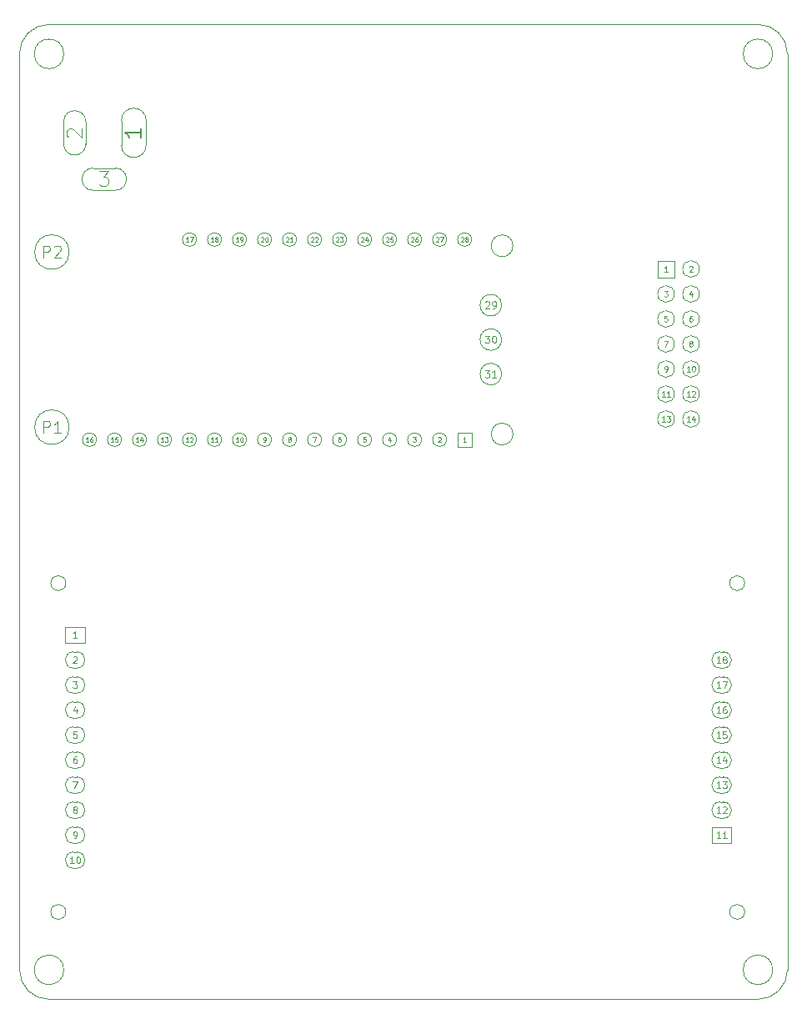
<source format=gbr>
%TF.GenerationSoftware,KiCad,Pcbnew,9.0.4*%
%TF.CreationDate,2025-09-21T19:32:40-04:00*%
%TF.ProjectId,Nanopositioner_V10,4e616e6f-706f-4736-9974-696f6e65725f,rev?*%
%TF.SameCoordinates,Original*%
%TF.FileFunction,AssemblyDrawing,Bot*%
%FSLAX46Y46*%
G04 Gerber Fmt 4.6, Leading zero omitted, Abs format (unit mm)*
G04 Created by KiCad (PCBNEW 9.0.4) date 2025-09-21 19:32:40*
%MOMM*%
%LPD*%
G01*
G04 APERTURE LIST*
%ADD10C,0.047222*%
%ADD11C,0.100000*%
%ADD12C,0.055556*%
%ADD13C,0.039111*%
%ADD14C,0.097667*%
%ADD15C,0.060678*%
%ADD16C,0.138889*%
%ADD17C,0.125000*%
%TA.AperFunction,Profile*%
%ADD18C,0.050000*%
%TD*%
G04 APERTURE END LIST*
D10*
X169092063Y-81339695D02*
X168768254Y-81339695D01*
X168930158Y-81339695D02*
X168930158Y-80773029D01*
X168930158Y-80773029D02*
X168876190Y-80853981D01*
X168876190Y-80853981D02*
X168822222Y-80907949D01*
X168822222Y-80907949D02*
X168768254Y-80934933D01*
X169577777Y-80961917D02*
X169577777Y-81339695D01*
X169442856Y-80746045D02*
X169307936Y-81150806D01*
X169307936Y-81150806D02*
X169658729Y-81150806D01*
D11*
%TO.C,U3*%
X170050000Y-81080000D02*
G75*
G02*
X168350000Y-81080000I-850000J0D01*
G01*
X168350000Y-81080000D02*
G75*
G02*
X170050000Y-81080000I850000J0D01*
G01*
D10*
X166552063Y-81339695D02*
X166228254Y-81339695D01*
X166390158Y-81339695D02*
X166390158Y-80773029D01*
X166390158Y-80773029D02*
X166336190Y-80853981D01*
X166336190Y-80853981D02*
X166282222Y-80907949D01*
X166282222Y-80907949D02*
X166228254Y-80934933D01*
X166740952Y-80773029D02*
X167091745Y-80773029D01*
X167091745Y-80773029D02*
X166902856Y-80988901D01*
X166902856Y-80988901D02*
X166983809Y-80988901D01*
X166983809Y-80988901D02*
X167037777Y-81015885D01*
X167037777Y-81015885D02*
X167064761Y-81042870D01*
X167064761Y-81042870D02*
X167091745Y-81096838D01*
X167091745Y-81096838D02*
X167091745Y-81231758D01*
X167091745Y-81231758D02*
X167064761Y-81285726D01*
X167064761Y-81285726D02*
X167037777Y-81312711D01*
X167037777Y-81312711D02*
X166983809Y-81339695D01*
X166983809Y-81339695D02*
X166821904Y-81339695D01*
X166821904Y-81339695D02*
X166767936Y-81312711D01*
X166767936Y-81312711D02*
X166740952Y-81285726D01*
D11*
X167510000Y-81080000D02*
G75*
G02*
X165810000Y-81080000I-850000J0D01*
G01*
X165810000Y-81080000D02*
G75*
G02*
X167510000Y-81080000I850000J0D01*
G01*
D10*
X169092063Y-78799695D02*
X168768254Y-78799695D01*
X168930158Y-78799695D02*
X168930158Y-78233029D01*
X168930158Y-78233029D02*
X168876190Y-78313981D01*
X168876190Y-78313981D02*
X168822222Y-78367949D01*
X168822222Y-78367949D02*
X168768254Y-78394933D01*
X169307936Y-78286997D02*
X169334920Y-78260013D01*
X169334920Y-78260013D02*
X169388888Y-78233029D01*
X169388888Y-78233029D02*
X169523809Y-78233029D01*
X169523809Y-78233029D02*
X169577777Y-78260013D01*
X169577777Y-78260013D02*
X169604761Y-78286997D01*
X169604761Y-78286997D02*
X169631745Y-78340965D01*
X169631745Y-78340965D02*
X169631745Y-78394933D01*
X169631745Y-78394933D02*
X169604761Y-78475885D01*
X169604761Y-78475885D02*
X169280952Y-78799695D01*
X169280952Y-78799695D02*
X169631745Y-78799695D01*
D11*
X170050000Y-78540000D02*
G75*
G02*
X168350000Y-78540000I-850000J0D01*
G01*
X168350000Y-78540000D02*
G75*
G02*
X170050000Y-78540000I850000J0D01*
G01*
D10*
X166552063Y-78799695D02*
X166228254Y-78799695D01*
X166390158Y-78799695D02*
X166390158Y-78233029D01*
X166390158Y-78233029D02*
X166336190Y-78313981D01*
X166336190Y-78313981D02*
X166282222Y-78367949D01*
X166282222Y-78367949D02*
X166228254Y-78394933D01*
X167091745Y-78799695D02*
X166767936Y-78799695D01*
X166929840Y-78799695D02*
X166929840Y-78233029D01*
X166929840Y-78233029D02*
X166875872Y-78313981D01*
X166875872Y-78313981D02*
X166821904Y-78367949D01*
X166821904Y-78367949D02*
X166767936Y-78394933D01*
D11*
X167510000Y-78540000D02*
G75*
G02*
X165810000Y-78540000I-850000J0D01*
G01*
X165810000Y-78540000D02*
G75*
G02*
X167510000Y-78540000I850000J0D01*
G01*
D10*
X169092063Y-76259695D02*
X168768254Y-76259695D01*
X168930158Y-76259695D02*
X168930158Y-75693029D01*
X168930158Y-75693029D02*
X168876190Y-75773981D01*
X168876190Y-75773981D02*
X168822222Y-75827949D01*
X168822222Y-75827949D02*
X168768254Y-75854933D01*
X169442856Y-75693029D02*
X169496825Y-75693029D01*
X169496825Y-75693029D02*
X169550793Y-75720013D01*
X169550793Y-75720013D02*
X169577777Y-75746997D01*
X169577777Y-75746997D02*
X169604761Y-75800965D01*
X169604761Y-75800965D02*
X169631745Y-75908901D01*
X169631745Y-75908901D02*
X169631745Y-76043822D01*
X169631745Y-76043822D02*
X169604761Y-76151758D01*
X169604761Y-76151758D02*
X169577777Y-76205726D01*
X169577777Y-76205726D02*
X169550793Y-76232711D01*
X169550793Y-76232711D02*
X169496825Y-76259695D01*
X169496825Y-76259695D02*
X169442856Y-76259695D01*
X169442856Y-76259695D02*
X169388888Y-76232711D01*
X169388888Y-76232711D02*
X169361904Y-76205726D01*
X169361904Y-76205726D02*
X169334920Y-76151758D01*
X169334920Y-76151758D02*
X169307936Y-76043822D01*
X169307936Y-76043822D02*
X169307936Y-75908901D01*
X169307936Y-75908901D02*
X169334920Y-75800965D01*
X169334920Y-75800965D02*
X169361904Y-75746997D01*
X169361904Y-75746997D02*
X169388888Y-75720013D01*
X169388888Y-75720013D02*
X169442856Y-75693029D01*
D11*
X170050000Y-76000000D02*
G75*
G02*
X168350000Y-76000000I-850000J0D01*
G01*
X168350000Y-76000000D02*
G75*
G02*
X170050000Y-76000000I850000J0D01*
G01*
D10*
X166552063Y-76259695D02*
X166659999Y-76259695D01*
X166659999Y-76259695D02*
X166713968Y-76232711D01*
X166713968Y-76232711D02*
X166740952Y-76205726D01*
X166740952Y-76205726D02*
X166794920Y-76124774D01*
X166794920Y-76124774D02*
X166821904Y-76016838D01*
X166821904Y-76016838D02*
X166821904Y-75800965D01*
X166821904Y-75800965D02*
X166794920Y-75746997D01*
X166794920Y-75746997D02*
X166767936Y-75720013D01*
X166767936Y-75720013D02*
X166713968Y-75693029D01*
X166713968Y-75693029D02*
X166606031Y-75693029D01*
X166606031Y-75693029D02*
X166552063Y-75720013D01*
X166552063Y-75720013D02*
X166525079Y-75746997D01*
X166525079Y-75746997D02*
X166498095Y-75800965D01*
X166498095Y-75800965D02*
X166498095Y-75935885D01*
X166498095Y-75935885D02*
X166525079Y-75989854D01*
X166525079Y-75989854D02*
X166552063Y-76016838D01*
X166552063Y-76016838D02*
X166606031Y-76043822D01*
X166606031Y-76043822D02*
X166713968Y-76043822D01*
X166713968Y-76043822D02*
X166767936Y-76016838D01*
X166767936Y-76016838D02*
X166794920Y-75989854D01*
X166794920Y-75989854D02*
X166821904Y-75935885D01*
D11*
X167510000Y-76000000D02*
G75*
G02*
X165810000Y-76000000I-850000J0D01*
G01*
X165810000Y-76000000D02*
G75*
G02*
X167510000Y-76000000I850000J0D01*
G01*
D10*
X169146031Y-73395885D02*
X169092063Y-73368901D01*
X169092063Y-73368901D02*
X169065079Y-73341917D01*
X169065079Y-73341917D02*
X169038095Y-73287949D01*
X169038095Y-73287949D02*
X169038095Y-73260965D01*
X169038095Y-73260965D02*
X169065079Y-73206997D01*
X169065079Y-73206997D02*
X169092063Y-73180013D01*
X169092063Y-73180013D02*
X169146031Y-73153029D01*
X169146031Y-73153029D02*
X169253968Y-73153029D01*
X169253968Y-73153029D02*
X169307936Y-73180013D01*
X169307936Y-73180013D02*
X169334920Y-73206997D01*
X169334920Y-73206997D02*
X169361904Y-73260965D01*
X169361904Y-73260965D02*
X169361904Y-73287949D01*
X169361904Y-73287949D02*
X169334920Y-73341917D01*
X169334920Y-73341917D02*
X169307936Y-73368901D01*
X169307936Y-73368901D02*
X169253968Y-73395885D01*
X169253968Y-73395885D02*
X169146031Y-73395885D01*
X169146031Y-73395885D02*
X169092063Y-73422870D01*
X169092063Y-73422870D02*
X169065079Y-73449854D01*
X169065079Y-73449854D02*
X169038095Y-73503822D01*
X169038095Y-73503822D02*
X169038095Y-73611758D01*
X169038095Y-73611758D02*
X169065079Y-73665726D01*
X169065079Y-73665726D02*
X169092063Y-73692711D01*
X169092063Y-73692711D02*
X169146031Y-73719695D01*
X169146031Y-73719695D02*
X169253968Y-73719695D01*
X169253968Y-73719695D02*
X169307936Y-73692711D01*
X169307936Y-73692711D02*
X169334920Y-73665726D01*
X169334920Y-73665726D02*
X169361904Y-73611758D01*
X169361904Y-73611758D02*
X169361904Y-73503822D01*
X169361904Y-73503822D02*
X169334920Y-73449854D01*
X169334920Y-73449854D02*
X169307936Y-73422870D01*
X169307936Y-73422870D02*
X169253968Y-73395885D01*
D11*
X170050000Y-73460000D02*
G75*
G02*
X168350000Y-73460000I-850000J0D01*
G01*
X168350000Y-73460000D02*
G75*
G02*
X170050000Y-73460000I850000J0D01*
G01*
D10*
X166471111Y-73153029D02*
X166848888Y-73153029D01*
X166848888Y-73153029D02*
X166606031Y-73719695D01*
D11*
X167510000Y-73460000D02*
G75*
G02*
X165810000Y-73460000I-850000J0D01*
G01*
X165810000Y-73460000D02*
G75*
G02*
X167510000Y-73460000I850000J0D01*
G01*
D10*
X169307936Y-70613029D02*
X169199999Y-70613029D01*
X169199999Y-70613029D02*
X169146031Y-70640013D01*
X169146031Y-70640013D02*
X169119047Y-70666997D01*
X169119047Y-70666997D02*
X169065079Y-70747949D01*
X169065079Y-70747949D02*
X169038095Y-70855885D01*
X169038095Y-70855885D02*
X169038095Y-71071758D01*
X169038095Y-71071758D02*
X169065079Y-71125726D01*
X169065079Y-71125726D02*
X169092063Y-71152711D01*
X169092063Y-71152711D02*
X169146031Y-71179695D01*
X169146031Y-71179695D02*
X169253968Y-71179695D01*
X169253968Y-71179695D02*
X169307936Y-71152711D01*
X169307936Y-71152711D02*
X169334920Y-71125726D01*
X169334920Y-71125726D02*
X169361904Y-71071758D01*
X169361904Y-71071758D02*
X169361904Y-70936838D01*
X169361904Y-70936838D02*
X169334920Y-70882870D01*
X169334920Y-70882870D02*
X169307936Y-70855885D01*
X169307936Y-70855885D02*
X169253968Y-70828901D01*
X169253968Y-70828901D02*
X169146031Y-70828901D01*
X169146031Y-70828901D02*
X169092063Y-70855885D01*
X169092063Y-70855885D02*
X169065079Y-70882870D01*
X169065079Y-70882870D02*
X169038095Y-70936838D01*
D11*
X170050000Y-70920000D02*
G75*
G02*
X168350000Y-70920000I-850000J0D01*
G01*
X168350000Y-70920000D02*
G75*
G02*
X170050000Y-70920000I850000J0D01*
G01*
D10*
X166794920Y-70613029D02*
X166525079Y-70613029D01*
X166525079Y-70613029D02*
X166498095Y-70882870D01*
X166498095Y-70882870D02*
X166525079Y-70855885D01*
X166525079Y-70855885D02*
X166579047Y-70828901D01*
X166579047Y-70828901D02*
X166713968Y-70828901D01*
X166713968Y-70828901D02*
X166767936Y-70855885D01*
X166767936Y-70855885D02*
X166794920Y-70882870D01*
X166794920Y-70882870D02*
X166821904Y-70936838D01*
X166821904Y-70936838D02*
X166821904Y-71071758D01*
X166821904Y-71071758D02*
X166794920Y-71125726D01*
X166794920Y-71125726D02*
X166767936Y-71152711D01*
X166767936Y-71152711D02*
X166713968Y-71179695D01*
X166713968Y-71179695D02*
X166579047Y-71179695D01*
X166579047Y-71179695D02*
X166525079Y-71152711D01*
X166525079Y-71152711D02*
X166498095Y-71125726D01*
D11*
X167510000Y-70920000D02*
G75*
G02*
X165810000Y-70920000I-850000J0D01*
G01*
X165810000Y-70920000D02*
G75*
G02*
X167510000Y-70920000I850000J0D01*
G01*
D10*
X169307936Y-68261917D02*
X169307936Y-68639695D01*
X169173015Y-68046045D02*
X169038095Y-68450806D01*
X169038095Y-68450806D02*
X169388888Y-68450806D01*
D11*
X170050000Y-68380000D02*
G75*
G02*
X168350000Y-68380000I-850000J0D01*
G01*
X168350000Y-68380000D02*
G75*
G02*
X170050000Y-68380000I850000J0D01*
G01*
D10*
X166471111Y-68073029D02*
X166821904Y-68073029D01*
X166821904Y-68073029D02*
X166633015Y-68288901D01*
X166633015Y-68288901D02*
X166713968Y-68288901D01*
X166713968Y-68288901D02*
X166767936Y-68315885D01*
X166767936Y-68315885D02*
X166794920Y-68342870D01*
X166794920Y-68342870D02*
X166821904Y-68396838D01*
X166821904Y-68396838D02*
X166821904Y-68531758D01*
X166821904Y-68531758D02*
X166794920Y-68585726D01*
X166794920Y-68585726D02*
X166767936Y-68612711D01*
X166767936Y-68612711D02*
X166713968Y-68639695D01*
X166713968Y-68639695D02*
X166552063Y-68639695D01*
X166552063Y-68639695D02*
X166498095Y-68612711D01*
X166498095Y-68612711D02*
X166471111Y-68585726D01*
D11*
X167510000Y-68380000D02*
G75*
G02*
X165810000Y-68380000I-850000J0D01*
G01*
X165810000Y-68380000D02*
G75*
G02*
X167510000Y-68380000I850000J0D01*
G01*
D10*
X169038095Y-65586997D02*
X169065079Y-65560013D01*
X169065079Y-65560013D02*
X169119047Y-65533029D01*
X169119047Y-65533029D02*
X169253968Y-65533029D01*
X169253968Y-65533029D02*
X169307936Y-65560013D01*
X169307936Y-65560013D02*
X169334920Y-65586997D01*
X169334920Y-65586997D02*
X169361904Y-65640965D01*
X169361904Y-65640965D02*
X169361904Y-65694933D01*
X169361904Y-65694933D02*
X169334920Y-65775885D01*
X169334920Y-65775885D02*
X169011111Y-66099695D01*
X169011111Y-66099695D02*
X169361904Y-66099695D01*
D11*
X170050000Y-65840000D02*
G75*
G02*
X168350000Y-65840000I-850000J0D01*
G01*
X168350000Y-65840000D02*
G75*
G02*
X170050000Y-65840000I850000J0D01*
G01*
D10*
X166821904Y-66099695D02*
X166498095Y-66099695D01*
X166659999Y-66099695D02*
X166659999Y-65533029D01*
X166659999Y-65533029D02*
X166606031Y-65613981D01*
X166606031Y-65613981D02*
X166552063Y-65667949D01*
X166552063Y-65667949D02*
X166498095Y-65694933D01*
D11*
X165810000Y-64990000D02*
X165810000Y-66690000D01*
X167510000Y-66690000D01*
X167510000Y-64990000D01*
X165810000Y-64990000D01*
%TD*%
%TO.C,U1*%
X105704990Y-131123000D02*
G75*
G02*
X104180990Y-131123000I-762000J0D01*
G01*
X104180990Y-131123000D02*
G75*
G02*
X105704990Y-131123000I762000J0D01*
G01*
X174650990Y-131123000D02*
G75*
G02*
X173126990Y-131123000I-762000J0D01*
G01*
X173126990Y-131123000D02*
G75*
G02*
X174650990Y-131123000I762000J0D01*
G01*
X174650990Y-97737000D02*
G75*
G02*
X173126990Y-97737000I-762000J0D01*
G01*
X173126990Y-97737000D02*
G75*
G02*
X174650990Y-97737000I762000J0D01*
G01*
X105704990Y-97737000D02*
G75*
G02*
X104180990Y-97737000I-762000J0D01*
G01*
X104180990Y-97737000D02*
G75*
G02*
X105704990Y-97737000I762000J0D01*
G01*
D12*
X172182016Y-110925524D02*
X171801064Y-110925524D01*
X171991540Y-110925524D02*
X171991540Y-110258858D01*
X171991540Y-110258858D02*
X171928048Y-110354096D01*
X171928048Y-110354096D02*
X171864556Y-110417588D01*
X171864556Y-110417588D02*
X171801064Y-110449334D01*
X172753444Y-110258858D02*
X172626460Y-110258858D01*
X172626460Y-110258858D02*
X172562968Y-110290604D01*
X172562968Y-110290604D02*
X172531222Y-110322350D01*
X172531222Y-110322350D02*
X172467730Y-110417588D01*
X172467730Y-110417588D02*
X172435984Y-110544572D01*
X172435984Y-110544572D02*
X172435984Y-110798540D01*
X172435984Y-110798540D02*
X172467730Y-110862032D01*
X172467730Y-110862032D02*
X172499476Y-110893778D01*
X172499476Y-110893778D02*
X172562968Y-110925524D01*
X172562968Y-110925524D02*
X172689952Y-110925524D01*
X172689952Y-110925524D02*
X172753444Y-110893778D01*
X172753444Y-110893778D02*
X172785190Y-110862032D01*
X172785190Y-110862032D02*
X172816936Y-110798540D01*
X172816936Y-110798540D02*
X172816936Y-110639810D01*
X172816936Y-110639810D02*
X172785190Y-110576318D01*
X172785190Y-110576318D02*
X172753444Y-110544572D01*
X172753444Y-110544572D02*
X172689952Y-110512826D01*
X172689952Y-110512826D02*
X172562968Y-110512826D01*
X172562968Y-110512826D02*
X172499476Y-110544572D01*
X172499476Y-110544572D02*
X172467730Y-110576318D01*
X172467730Y-110576318D02*
X172435984Y-110639810D01*
D11*
X172134500Y-111445500D02*
X172483500Y-111445500D01*
X172483500Y-109794500D02*
G75*
G02*
X172483500Y-111445500I0J-825500D01*
G01*
X172483500Y-109794500D02*
X172134500Y-109794500D01*
X172134500Y-109794500D02*
G75*
G03*
X172134500Y-111445500I0J-825500D01*
G01*
D12*
X172182016Y-113465524D02*
X171801064Y-113465524D01*
X171991540Y-113465524D02*
X171991540Y-112798858D01*
X171991540Y-112798858D02*
X171928048Y-112894096D01*
X171928048Y-112894096D02*
X171864556Y-112957588D01*
X171864556Y-112957588D02*
X171801064Y-112989334D01*
X172785190Y-112798858D02*
X172467730Y-112798858D01*
X172467730Y-112798858D02*
X172435984Y-113116318D01*
X172435984Y-113116318D02*
X172467730Y-113084572D01*
X172467730Y-113084572D02*
X172531222Y-113052826D01*
X172531222Y-113052826D02*
X172689952Y-113052826D01*
X172689952Y-113052826D02*
X172753444Y-113084572D01*
X172753444Y-113084572D02*
X172785190Y-113116318D01*
X172785190Y-113116318D02*
X172816936Y-113179810D01*
X172816936Y-113179810D02*
X172816936Y-113338540D01*
X172816936Y-113338540D02*
X172785190Y-113402032D01*
X172785190Y-113402032D02*
X172753444Y-113433778D01*
X172753444Y-113433778D02*
X172689952Y-113465524D01*
X172689952Y-113465524D02*
X172531222Y-113465524D01*
X172531222Y-113465524D02*
X172467730Y-113433778D01*
X172467730Y-113433778D02*
X172435984Y-113402032D01*
D11*
X172134500Y-113985500D02*
X172483500Y-113985500D01*
X172483500Y-112334500D02*
G75*
G02*
X172483500Y-113985500I0J-825500D01*
G01*
X172483500Y-112334500D02*
X172134500Y-112334500D01*
X172134500Y-112334500D02*
G75*
G03*
X172134500Y-113985500I0J-825500D01*
G01*
D12*
X172182016Y-123625524D02*
X171801064Y-123625524D01*
X171991540Y-123625524D02*
X171991540Y-122958858D01*
X171991540Y-122958858D02*
X171928048Y-123054096D01*
X171928048Y-123054096D02*
X171864556Y-123117588D01*
X171864556Y-123117588D02*
X171801064Y-123149334D01*
X172816936Y-123625524D02*
X172435984Y-123625524D01*
X172626460Y-123625524D02*
X172626460Y-122958858D01*
X172626460Y-122958858D02*
X172562968Y-123054096D01*
X172562968Y-123054096D02*
X172499476Y-123117588D01*
X172499476Y-123117588D02*
X172435984Y-123149334D01*
D11*
X171309000Y-122494500D02*
X171309000Y-124145500D01*
X173309000Y-124145500D01*
X173309000Y-122494500D01*
X171309000Y-122494500D01*
D12*
X172182016Y-121085524D02*
X171801064Y-121085524D01*
X171991540Y-121085524D02*
X171991540Y-120418858D01*
X171991540Y-120418858D02*
X171928048Y-120514096D01*
X171928048Y-120514096D02*
X171864556Y-120577588D01*
X171864556Y-120577588D02*
X171801064Y-120609334D01*
X172435984Y-120482350D02*
X172467730Y-120450604D01*
X172467730Y-120450604D02*
X172531222Y-120418858D01*
X172531222Y-120418858D02*
X172689952Y-120418858D01*
X172689952Y-120418858D02*
X172753444Y-120450604D01*
X172753444Y-120450604D02*
X172785190Y-120482350D01*
X172785190Y-120482350D02*
X172816936Y-120545842D01*
X172816936Y-120545842D02*
X172816936Y-120609334D01*
X172816936Y-120609334D02*
X172785190Y-120704572D01*
X172785190Y-120704572D02*
X172404238Y-121085524D01*
X172404238Y-121085524D02*
X172816936Y-121085524D01*
D11*
X172134500Y-121605500D02*
X172483500Y-121605500D01*
X172483500Y-119954500D02*
G75*
G02*
X172483500Y-121605500I0J-825500D01*
G01*
X172483500Y-119954500D02*
X172134500Y-119954500D01*
X172134500Y-119954500D02*
G75*
G03*
X172134500Y-121605500I0J-825500D01*
G01*
D12*
X172182016Y-116005524D02*
X171801064Y-116005524D01*
X171991540Y-116005524D02*
X171991540Y-115338858D01*
X171991540Y-115338858D02*
X171928048Y-115434096D01*
X171928048Y-115434096D02*
X171864556Y-115497588D01*
X171864556Y-115497588D02*
X171801064Y-115529334D01*
X172753444Y-115561080D02*
X172753444Y-116005524D01*
X172594714Y-115307112D02*
X172435984Y-115783302D01*
X172435984Y-115783302D02*
X172848682Y-115783302D01*
D11*
X172134500Y-116525500D02*
X172483500Y-116525500D01*
X172483500Y-114874500D02*
G75*
G02*
X172483500Y-116525500I0J-825500D01*
G01*
X172483500Y-114874500D02*
X172134500Y-114874500D01*
X172134500Y-114874500D02*
G75*
G03*
X172134500Y-116525500I0J-825500D01*
G01*
D12*
X172182016Y-118545524D02*
X171801064Y-118545524D01*
X171991540Y-118545524D02*
X171991540Y-117878858D01*
X171991540Y-117878858D02*
X171928048Y-117974096D01*
X171928048Y-117974096D02*
X171864556Y-118037588D01*
X171864556Y-118037588D02*
X171801064Y-118069334D01*
X172404238Y-117878858D02*
X172816936Y-117878858D01*
X172816936Y-117878858D02*
X172594714Y-118132826D01*
X172594714Y-118132826D02*
X172689952Y-118132826D01*
X172689952Y-118132826D02*
X172753444Y-118164572D01*
X172753444Y-118164572D02*
X172785190Y-118196318D01*
X172785190Y-118196318D02*
X172816936Y-118259810D01*
X172816936Y-118259810D02*
X172816936Y-118418540D01*
X172816936Y-118418540D02*
X172785190Y-118482032D01*
X172785190Y-118482032D02*
X172753444Y-118513778D01*
X172753444Y-118513778D02*
X172689952Y-118545524D01*
X172689952Y-118545524D02*
X172499476Y-118545524D01*
X172499476Y-118545524D02*
X172435984Y-118513778D01*
X172435984Y-118513778D02*
X172404238Y-118482032D01*
D11*
X172134500Y-119065500D02*
X172483500Y-119065500D01*
X172483500Y-117414500D02*
G75*
G02*
X172483500Y-119065500I0J-825500D01*
G01*
X172483500Y-117414500D02*
X172134500Y-117414500D01*
X172134500Y-117414500D02*
G75*
G03*
X172134500Y-119065500I0J-825500D01*
G01*
D12*
X172182016Y-108385524D02*
X171801064Y-108385524D01*
X171991540Y-108385524D02*
X171991540Y-107718858D01*
X171991540Y-107718858D02*
X171928048Y-107814096D01*
X171928048Y-107814096D02*
X171864556Y-107877588D01*
X171864556Y-107877588D02*
X171801064Y-107909334D01*
X172404238Y-107718858D02*
X172848682Y-107718858D01*
X172848682Y-107718858D02*
X172562968Y-108385524D01*
D11*
X172134500Y-108905500D02*
X172483500Y-108905500D01*
X172483500Y-107254500D02*
G75*
G02*
X172483500Y-108905500I0J-825500D01*
G01*
X172483500Y-107254500D02*
X172134500Y-107254500D01*
X172134500Y-107254500D02*
G75*
G03*
X172134500Y-108905500I0J-825500D01*
G01*
D12*
X172182016Y-105845524D02*
X171801064Y-105845524D01*
X171991540Y-105845524D02*
X171991540Y-105178858D01*
X171991540Y-105178858D02*
X171928048Y-105274096D01*
X171928048Y-105274096D02*
X171864556Y-105337588D01*
X171864556Y-105337588D02*
X171801064Y-105369334D01*
X172562968Y-105464572D02*
X172499476Y-105432826D01*
X172499476Y-105432826D02*
X172467730Y-105401080D01*
X172467730Y-105401080D02*
X172435984Y-105337588D01*
X172435984Y-105337588D02*
X172435984Y-105305842D01*
X172435984Y-105305842D02*
X172467730Y-105242350D01*
X172467730Y-105242350D02*
X172499476Y-105210604D01*
X172499476Y-105210604D02*
X172562968Y-105178858D01*
X172562968Y-105178858D02*
X172689952Y-105178858D01*
X172689952Y-105178858D02*
X172753444Y-105210604D01*
X172753444Y-105210604D02*
X172785190Y-105242350D01*
X172785190Y-105242350D02*
X172816936Y-105305842D01*
X172816936Y-105305842D02*
X172816936Y-105337588D01*
X172816936Y-105337588D02*
X172785190Y-105401080D01*
X172785190Y-105401080D02*
X172753444Y-105432826D01*
X172753444Y-105432826D02*
X172689952Y-105464572D01*
X172689952Y-105464572D02*
X172562968Y-105464572D01*
X172562968Y-105464572D02*
X172499476Y-105496318D01*
X172499476Y-105496318D02*
X172467730Y-105528064D01*
X172467730Y-105528064D02*
X172435984Y-105591556D01*
X172435984Y-105591556D02*
X172435984Y-105718540D01*
X172435984Y-105718540D02*
X172467730Y-105782032D01*
X172467730Y-105782032D02*
X172499476Y-105813778D01*
X172499476Y-105813778D02*
X172562968Y-105845524D01*
X172562968Y-105845524D02*
X172689952Y-105845524D01*
X172689952Y-105845524D02*
X172753444Y-105813778D01*
X172753444Y-105813778D02*
X172785190Y-105782032D01*
X172785190Y-105782032D02*
X172816936Y-105718540D01*
X172816936Y-105718540D02*
X172816936Y-105591556D01*
X172816936Y-105591556D02*
X172785190Y-105528064D01*
X172785190Y-105528064D02*
X172753444Y-105496318D01*
X172753444Y-105496318D02*
X172689952Y-105464572D01*
D11*
X172134500Y-106365500D02*
X172483500Y-106365500D01*
X172483500Y-104714500D02*
G75*
G02*
X172483500Y-106365500I0J-825500D01*
G01*
X172483500Y-104714500D02*
X172134500Y-104714500D01*
X172134500Y-104714500D02*
G75*
G03*
X172134500Y-106365500I0J-825500D01*
G01*
D12*
X106776984Y-115338858D02*
X106650000Y-115338858D01*
X106650000Y-115338858D02*
X106586508Y-115370604D01*
X106586508Y-115370604D02*
X106554762Y-115402350D01*
X106554762Y-115402350D02*
X106491270Y-115497588D01*
X106491270Y-115497588D02*
X106459524Y-115624572D01*
X106459524Y-115624572D02*
X106459524Y-115878540D01*
X106459524Y-115878540D02*
X106491270Y-115942032D01*
X106491270Y-115942032D02*
X106523016Y-115973778D01*
X106523016Y-115973778D02*
X106586508Y-116005524D01*
X106586508Y-116005524D02*
X106713492Y-116005524D01*
X106713492Y-116005524D02*
X106776984Y-115973778D01*
X106776984Y-115973778D02*
X106808730Y-115942032D01*
X106808730Y-115942032D02*
X106840476Y-115878540D01*
X106840476Y-115878540D02*
X106840476Y-115719810D01*
X106840476Y-115719810D02*
X106808730Y-115656318D01*
X106808730Y-115656318D02*
X106776984Y-115624572D01*
X106776984Y-115624572D02*
X106713492Y-115592826D01*
X106713492Y-115592826D02*
X106586508Y-115592826D01*
X106586508Y-115592826D02*
X106523016Y-115624572D01*
X106523016Y-115624572D02*
X106491270Y-115656318D01*
X106491270Y-115656318D02*
X106459524Y-115719810D01*
D11*
X106824500Y-114874500D02*
X106475500Y-114874500D01*
X106475500Y-116525500D02*
G75*
G02*
X106475500Y-114874500I0J825500D01*
G01*
X106475500Y-116525500D02*
X106824500Y-116525500D01*
X106824500Y-116525500D02*
G75*
G03*
X106824500Y-114874500I0J825500D01*
G01*
D12*
X106808730Y-112798858D02*
X106491270Y-112798858D01*
X106491270Y-112798858D02*
X106459524Y-113116318D01*
X106459524Y-113116318D02*
X106491270Y-113084572D01*
X106491270Y-113084572D02*
X106554762Y-113052826D01*
X106554762Y-113052826D02*
X106713492Y-113052826D01*
X106713492Y-113052826D02*
X106776984Y-113084572D01*
X106776984Y-113084572D02*
X106808730Y-113116318D01*
X106808730Y-113116318D02*
X106840476Y-113179810D01*
X106840476Y-113179810D02*
X106840476Y-113338540D01*
X106840476Y-113338540D02*
X106808730Y-113402032D01*
X106808730Y-113402032D02*
X106776984Y-113433778D01*
X106776984Y-113433778D02*
X106713492Y-113465524D01*
X106713492Y-113465524D02*
X106554762Y-113465524D01*
X106554762Y-113465524D02*
X106491270Y-113433778D01*
X106491270Y-113433778D02*
X106459524Y-113402032D01*
D11*
X106824500Y-112334500D02*
X106475500Y-112334500D01*
X106475500Y-113985500D02*
G75*
G02*
X106475500Y-112334500I0J825500D01*
G01*
X106475500Y-113985500D02*
X106824500Y-113985500D01*
X106824500Y-113985500D02*
G75*
G03*
X106824500Y-112334500I0J825500D01*
G01*
D12*
X106840476Y-103305524D02*
X106459524Y-103305524D01*
X106650000Y-103305524D02*
X106650000Y-102638858D01*
X106650000Y-102638858D02*
X106586508Y-102734096D01*
X106586508Y-102734096D02*
X106523016Y-102797588D01*
X106523016Y-102797588D02*
X106459524Y-102829334D01*
D11*
X105650000Y-102174500D02*
X105650000Y-103825500D01*
X107650000Y-103825500D01*
X107650000Y-102174500D01*
X105650000Y-102174500D01*
D12*
X106459524Y-105242350D02*
X106491270Y-105210604D01*
X106491270Y-105210604D02*
X106554762Y-105178858D01*
X106554762Y-105178858D02*
X106713492Y-105178858D01*
X106713492Y-105178858D02*
X106776984Y-105210604D01*
X106776984Y-105210604D02*
X106808730Y-105242350D01*
X106808730Y-105242350D02*
X106840476Y-105305842D01*
X106840476Y-105305842D02*
X106840476Y-105369334D01*
X106840476Y-105369334D02*
X106808730Y-105464572D01*
X106808730Y-105464572D02*
X106427778Y-105845524D01*
X106427778Y-105845524D02*
X106840476Y-105845524D01*
D11*
X106824500Y-104714500D02*
X106475500Y-104714500D01*
X106475500Y-106365500D02*
G75*
G02*
X106475500Y-104714500I0J825500D01*
G01*
X106475500Y-106365500D02*
X106824500Y-106365500D01*
X106824500Y-106365500D02*
G75*
G03*
X106824500Y-104714500I0J825500D01*
G01*
D12*
X106776984Y-110481080D02*
X106776984Y-110925524D01*
X106618254Y-110227112D02*
X106459524Y-110703302D01*
X106459524Y-110703302D02*
X106872222Y-110703302D01*
D11*
X106824500Y-109794500D02*
X106475500Y-109794500D01*
X106475500Y-111445500D02*
G75*
G02*
X106475500Y-109794500I0J825500D01*
G01*
X106475500Y-111445500D02*
X106824500Y-111445500D01*
X106824500Y-111445500D02*
G75*
G03*
X106824500Y-109794500I0J825500D01*
G01*
D12*
X106427778Y-107718858D02*
X106840476Y-107718858D01*
X106840476Y-107718858D02*
X106618254Y-107972826D01*
X106618254Y-107972826D02*
X106713492Y-107972826D01*
X106713492Y-107972826D02*
X106776984Y-108004572D01*
X106776984Y-108004572D02*
X106808730Y-108036318D01*
X106808730Y-108036318D02*
X106840476Y-108099810D01*
X106840476Y-108099810D02*
X106840476Y-108258540D01*
X106840476Y-108258540D02*
X106808730Y-108322032D01*
X106808730Y-108322032D02*
X106776984Y-108353778D01*
X106776984Y-108353778D02*
X106713492Y-108385524D01*
X106713492Y-108385524D02*
X106523016Y-108385524D01*
X106523016Y-108385524D02*
X106459524Y-108353778D01*
X106459524Y-108353778D02*
X106427778Y-108322032D01*
D11*
X106824500Y-107254500D02*
X106475500Y-107254500D01*
X106475500Y-108905500D02*
G75*
G02*
X106475500Y-107254500I0J825500D01*
G01*
X106475500Y-108905500D02*
X106824500Y-108905500D01*
X106824500Y-108905500D02*
G75*
G03*
X106824500Y-107254500I0J825500D01*
G01*
D12*
X106427778Y-117878858D02*
X106872222Y-117878858D01*
X106872222Y-117878858D02*
X106586508Y-118545524D01*
D11*
X106824500Y-117414500D02*
X106475500Y-117414500D01*
X106475500Y-119065500D02*
G75*
G02*
X106475500Y-117414500I0J825500D01*
G01*
X106475500Y-119065500D02*
X106824500Y-119065500D01*
X106824500Y-119065500D02*
G75*
G03*
X106824500Y-117414500I0J825500D01*
G01*
D12*
X106586508Y-120704572D02*
X106523016Y-120672826D01*
X106523016Y-120672826D02*
X106491270Y-120641080D01*
X106491270Y-120641080D02*
X106459524Y-120577588D01*
X106459524Y-120577588D02*
X106459524Y-120545842D01*
X106459524Y-120545842D02*
X106491270Y-120482350D01*
X106491270Y-120482350D02*
X106523016Y-120450604D01*
X106523016Y-120450604D02*
X106586508Y-120418858D01*
X106586508Y-120418858D02*
X106713492Y-120418858D01*
X106713492Y-120418858D02*
X106776984Y-120450604D01*
X106776984Y-120450604D02*
X106808730Y-120482350D01*
X106808730Y-120482350D02*
X106840476Y-120545842D01*
X106840476Y-120545842D02*
X106840476Y-120577588D01*
X106840476Y-120577588D02*
X106808730Y-120641080D01*
X106808730Y-120641080D02*
X106776984Y-120672826D01*
X106776984Y-120672826D02*
X106713492Y-120704572D01*
X106713492Y-120704572D02*
X106586508Y-120704572D01*
X106586508Y-120704572D02*
X106523016Y-120736318D01*
X106523016Y-120736318D02*
X106491270Y-120768064D01*
X106491270Y-120768064D02*
X106459524Y-120831556D01*
X106459524Y-120831556D02*
X106459524Y-120958540D01*
X106459524Y-120958540D02*
X106491270Y-121022032D01*
X106491270Y-121022032D02*
X106523016Y-121053778D01*
X106523016Y-121053778D02*
X106586508Y-121085524D01*
X106586508Y-121085524D02*
X106713492Y-121085524D01*
X106713492Y-121085524D02*
X106776984Y-121053778D01*
X106776984Y-121053778D02*
X106808730Y-121022032D01*
X106808730Y-121022032D02*
X106840476Y-120958540D01*
X106840476Y-120958540D02*
X106840476Y-120831556D01*
X106840476Y-120831556D02*
X106808730Y-120768064D01*
X106808730Y-120768064D02*
X106776984Y-120736318D01*
X106776984Y-120736318D02*
X106713492Y-120704572D01*
D11*
X106824500Y-119954500D02*
X106475500Y-119954500D01*
X106475500Y-121605500D02*
G75*
G02*
X106475500Y-119954500I0J825500D01*
G01*
X106475500Y-121605500D02*
X106824500Y-121605500D01*
X106824500Y-121605500D02*
G75*
G03*
X106824500Y-119954500I0J825500D01*
G01*
D12*
X106523016Y-126165524D02*
X106142064Y-126165524D01*
X106332540Y-126165524D02*
X106332540Y-125498858D01*
X106332540Y-125498858D02*
X106269048Y-125594096D01*
X106269048Y-125594096D02*
X106205556Y-125657588D01*
X106205556Y-125657588D02*
X106142064Y-125689334D01*
X106935714Y-125498858D02*
X106999206Y-125498858D01*
X106999206Y-125498858D02*
X107062698Y-125530604D01*
X107062698Y-125530604D02*
X107094444Y-125562350D01*
X107094444Y-125562350D02*
X107126190Y-125625842D01*
X107126190Y-125625842D02*
X107157936Y-125752826D01*
X107157936Y-125752826D02*
X107157936Y-125911556D01*
X107157936Y-125911556D02*
X107126190Y-126038540D01*
X107126190Y-126038540D02*
X107094444Y-126102032D01*
X107094444Y-126102032D02*
X107062698Y-126133778D01*
X107062698Y-126133778D02*
X106999206Y-126165524D01*
X106999206Y-126165524D02*
X106935714Y-126165524D01*
X106935714Y-126165524D02*
X106872222Y-126133778D01*
X106872222Y-126133778D02*
X106840476Y-126102032D01*
X106840476Y-126102032D02*
X106808730Y-126038540D01*
X106808730Y-126038540D02*
X106776984Y-125911556D01*
X106776984Y-125911556D02*
X106776984Y-125752826D01*
X106776984Y-125752826D02*
X106808730Y-125625842D01*
X106808730Y-125625842D02*
X106840476Y-125562350D01*
X106840476Y-125562350D02*
X106872222Y-125530604D01*
X106872222Y-125530604D02*
X106935714Y-125498858D01*
D11*
X106824500Y-125034500D02*
X106475500Y-125034500D01*
X106475500Y-126685500D02*
G75*
G02*
X106475500Y-125034500I0J825500D01*
G01*
X106475500Y-126685500D02*
X106824500Y-126685500D01*
X106824500Y-126685500D02*
G75*
G03*
X106824500Y-125034500I0J825500D01*
G01*
D12*
X106523016Y-123625524D02*
X106650000Y-123625524D01*
X106650000Y-123625524D02*
X106713492Y-123593778D01*
X106713492Y-123593778D02*
X106745238Y-123562032D01*
X106745238Y-123562032D02*
X106808730Y-123466794D01*
X106808730Y-123466794D02*
X106840476Y-123339810D01*
X106840476Y-123339810D02*
X106840476Y-123085842D01*
X106840476Y-123085842D02*
X106808730Y-123022350D01*
X106808730Y-123022350D02*
X106776984Y-122990604D01*
X106776984Y-122990604D02*
X106713492Y-122958858D01*
X106713492Y-122958858D02*
X106586508Y-122958858D01*
X106586508Y-122958858D02*
X106523016Y-122990604D01*
X106523016Y-122990604D02*
X106491270Y-123022350D01*
X106491270Y-123022350D02*
X106459524Y-123085842D01*
X106459524Y-123085842D02*
X106459524Y-123244572D01*
X106459524Y-123244572D02*
X106491270Y-123308064D01*
X106491270Y-123308064D02*
X106523016Y-123339810D01*
X106523016Y-123339810D02*
X106586508Y-123371556D01*
X106586508Y-123371556D02*
X106713492Y-123371556D01*
X106713492Y-123371556D02*
X106776984Y-123339810D01*
X106776984Y-123339810D02*
X106808730Y-123308064D01*
X106808730Y-123308064D02*
X106840476Y-123244572D01*
D11*
X106824500Y-122494500D02*
X106475500Y-122494500D01*
X106475500Y-124145500D02*
G75*
G02*
X106475500Y-122494500I0J825500D01*
G01*
X106475500Y-124145500D02*
X106824500Y-124145500D01*
X106824500Y-124145500D02*
G75*
G03*
X106824500Y-122494500I0J825500D01*
G01*
%TD*%
D13*
X108014103Y-83387589D02*
X107745912Y-83387589D01*
X107880007Y-83387589D02*
X107880007Y-82918256D01*
X107880007Y-82918256D02*
X107835309Y-82985303D01*
X107835309Y-82985303D02*
X107790611Y-83030002D01*
X107790611Y-83030002D02*
X107745912Y-83052351D01*
X108416388Y-82918256D02*
X108326991Y-82918256D01*
X108326991Y-82918256D02*
X108282293Y-82940605D01*
X108282293Y-82940605D02*
X108259944Y-82962954D01*
X108259944Y-82962954D02*
X108215245Y-83030002D01*
X108215245Y-83030002D02*
X108192896Y-83119398D01*
X108192896Y-83119398D02*
X108192896Y-83298192D01*
X108192896Y-83298192D02*
X108215245Y-83342890D01*
X108215245Y-83342890D02*
X108237595Y-83365240D01*
X108237595Y-83365240D02*
X108282293Y-83387589D01*
X108282293Y-83387589D02*
X108371690Y-83387589D01*
X108371690Y-83387589D02*
X108416388Y-83365240D01*
X108416388Y-83365240D02*
X108438737Y-83342890D01*
X108438737Y-83342890D02*
X108461087Y-83298192D01*
X108461087Y-83298192D02*
X108461087Y-83186446D01*
X108461087Y-83186446D02*
X108438737Y-83141748D01*
X108438737Y-83141748D02*
X108416388Y-83119398D01*
X108416388Y-83119398D02*
X108371690Y-83097049D01*
X108371690Y-83097049D02*
X108282293Y-83097049D01*
X108282293Y-83097049D02*
X108237595Y-83119398D01*
X108237595Y-83119398D02*
X108215245Y-83141748D01*
X108215245Y-83141748D02*
X108192896Y-83186446D01*
D11*
%TO.C,U2*%
X108807500Y-83172500D02*
G75*
G02*
X107399500Y-83172500I-704000J0D01*
G01*
X107399500Y-83172500D02*
G75*
G02*
X108807500Y-83172500I704000J0D01*
G01*
D13*
X110554103Y-83387589D02*
X110285912Y-83387589D01*
X110420007Y-83387589D02*
X110420007Y-82918256D01*
X110420007Y-82918256D02*
X110375309Y-82985303D01*
X110375309Y-82985303D02*
X110330611Y-83030002D01*
X110330611Y-83030002D02*
X110285912Y-83052351D01*
X110978737Y-82918256D02*
X110755245Y-82918256D01*
X110755245Y-82918256D02*
X110732896Y-83141748D01*
X110732896Y-83141748D02*
X110755245Y-83119398D01*
X110755245Y-83119398D02*
X110799944Y-83097049D01*
X110799944Y-83097049D02*
X110911690Y-83097049D01*
X110911690Y-83097049D02*
X110956388Y-83119398D01*
X110956388Y-83119398D02*
X110978737Y-83141748D01*
X110978737Y-83141748D02*
X111001087Y-83186446D01*
X111001087Y-83186446D02*
X111001087Y-83298192D01*
X111001087Y-83298192D02*
X110978737Y-83342890D01*
X110978737Y-83342890D02*
X110956388Y-83365240D01*
X110956388Y-83365240D02*
X110911690Y-83387589D01*
X110911690Y-83387589D02*
X110799944Y-83387589D01*
X110799944Y-83387589D02*
X110755245Y-83365240D01*
X110755245Y-83365240D02*
X110732896Y-83342890D01*
D11*
X111347500Y-83172500D02*
G75*
G02*
X109939500Y-83172500I-704000J0D01*
G01*
X109939500Y-83172500D02*
G75*
G02*
X111347500Y-83172500I704000J0D01*
G01*
D13*
X113094103Y-83387589D02*
X112825912Y-83387589D01*
X112960007Y-83387589D02*
X112960007Y-82918256D01*
X112960007Y-82918256D02*
X112915309Y-82985303D01*
X112915309Y-82985303D02*
X112870611Y-83030002D01*
X112870611Y-83030002D02*
X112825912Y-83052351D01*
X113496388Y-83074700D02*
X113496388Y-83387589D01*
X113384642Y-82895907D02*
X113272896Y-83231144D01*
X113272896Y-83231144D02*
X113563436Y-83231144D01*
D11*
X113887500Y-83172500D02*
G75*
G02*
X112479500Y-83172500I-704000J0D01*
G01*
X112479500Y-83172500D02*
G75*
G02*
X113887500Y-83172500I704000J0D01*
G01*
D13*
X115634103Y-83387589D02*
X115365912Y-83387589D01*
X115500007Y-83387589D02*
X115500007Y-82918256D01*
X115500007Y-82918256D02*
X115455309Y-82985303D01*
X115455309Y-82985303D02*
X115410611Y-83030002D01*
X115410611Y-83030002D02*
X115365912Y-83052351D01*
X115790547Y-82918256D02*
X116081087Y-82918256D01*
X116081087Y-82918256D02*
X115924642Y-83097049D01*
X115924642Y-83097049D02*
X115991690Y-83097049D01*
X115991690Y-83097049D02*
X116036388Y-83119398D01*
X116036388Y-83119398D02*
X116058737Y-83141748D01*
X116058737Y-83141748D02*
X116081087Y-83186446D01*
X116081087Y-83186446D02*
X116081087Y-83298192D01*
X116081087Y-83298192D02*
X116058737Y-83342890D01*
X116058737Y-83342890D02*
X116036388Y-83365240D01*
X116036388Y-83365240D02*
X115991690Y-83387589D01*
X115991690Y-83387589D02*
X115857595Y-83387589D01*
X115857595Y-83387589D02*
X115812896Y-83365240D01*
X115812896Y-83365240D02*
X115790547Y-83342890D01*
D11*
X116427500Y-83172500D02*
G75*
G02*
X115019500Y-83172500I-704000J0D01*
G01*
X115019500Y-83172500D02*
G75*
G02*
X116427500Y-83172500I704000J0D01*
G01*
D13*
X118174103Y-83387589D02*
X117905912Y-83387589D01*
X118040007Y-83387589D02*
X118040007Y-82918256D01*
X118040007Y-82918256D02*
X117995309Y-82985303D01*
X117995309Y-82985303D02*
X117950611Y-83030002D01*
X117950611Y-83030002D02*
X117905912Y-83052351D01*
X118352896Y-82962954D02*
X118375245Y-82940605D01*
X118375245Y-82940605D02*
X118419944Y-82918256D01*
X118419944Y-82918256D02*
X118531690Y-82918256D01*
X118531690Y-82918256D02*
X118576388Y-82940605D01*
X118576388Y-82940605D02*
X118598737Y-82962954D01*
X118598737Y-82962954D02*
X118621087Y-83007652D01*
X118621087Y-83007652D02*
X118621087Y-83052351D01*
X118621087Y-83052351D02*
X118598737Y-83119398D01*
X118598737Y-83119398D02*
X118330547Y-83387589D01*
X118330547Y-83387589D02*
X118621087Y-83387589D01*
D11*
X118967500Y-83172500D02*
G75*
G02*
X117559500Y-83172500I-704000J0D01*
G01*
X117559500Y-83172500D02*
G75*
G02*
X118967500Y-83172500I704000J0D01*
G01*
D13*
X120714103Y-83387589D02*
X120445912Y-83387589D01*
X120580007Y-83387589D02*
X120580007Y-82918256D01*
X120580007Y-82918256D02*
X120535309Y-82985303D01*
X120535309Y-82985303D02*
X120490611Y-83030002D01*
X120490611Y-83030002D02*
X120445912Y-83052351D01*
X121161087Y-83387589D02*
X120892896Y-83387589D01*
X121026991Y-83387589D02*
X121026991Y-82918256D01*
X121026991Y-82918256D02*
X120982293Y-82985303D01*
X120982293Y-82985303D02*
X120937595Y-83030002D01*
X120937595Y-83030002D02*
X120892896Y-83052351D01*
D11*
X121507500Y-83172500D02*
G75*
G02*
X120099500Y-83172500I-704000J0D01*
G01*
X120099500Y-83172500D02*
G75*
G02*
X121507500Y-83172500I704000J0D01*
G01*
D13*
X123254103Y-83387589D02*
X122985912Y-83387589D01*
X123120007Y-83387589D02*
X123120007Y-82918256D01*
X123120007Y-82918256D02*
X123075309Y-82985303D01*
X123075309Y-82985303D02*
X123030611Y-83030002D01*
X123030611Y-83030002D02*
X122985912Y-83052351D01*
X123544642Y-82918256D02*
X123589341Y-82918256D01*
X123589341Y-82918256D02*
X123634039Y-82940605D01*
X123634039Y-82940605D02*
X123656388Y-82962954D01*
X123656388Y-82962954D02*
X123678737Y-83007652D01*
X123678737Y-83007652D02*
X123701087Y-83097049D01*
X123701087Y-83097049D02*
X123701087Y-83208795D01*
X123701087Y-83208795D02*
X123678737Y-83298192D01*
X123678737Y-83298192D02*
X123656388Y-83342890D01*
X123656388Y-83342890D02*
X123634039Y-83365240D01*
X123634039Y-83365240D02*
X123589341Y-83387589D01*
X123589341Y-83387589D02*
X123544642Y-83387589D01*
X123544642Y-83387589D02*
X123499944Y-83365240D01*
X123499944Y-83365240D02*
X123477595Y-83342890D01*
X123477595Y-83342890D02*
X123455245Y-83298192D01*
X123455245Y-83298192D02*
X123432896Y-83208795D01*
X123432896Y-83208795D02*
X123432896Y-83097049D01*
X123432896Y-83097049D02*
X123455245Y-83007652D01*
X123455245Y-83007652D02*
X123477595Y-82962954D01*
X123477595Y-82962954D02*
X123499944Y-82940605D01*
X123499944Y-82940605D02*
X123544642Y-82918256D01*
D11*
X124047500Y-83172500D02*
G75*
G02*
X122639500Y-83172500I-704000J0D01*
G01*
X122639500Y-83172500D02*
G75*
G02*
X124047500Y-83172500I704000J0D01*
G01*
D13*
X125794103Y-83387589D02*
X125883499Y-83387589D01*
X125883499Y-83387589D02*
X125928198Y-83365240D01*
X125928198Y-83365240D02*
X125950547Y-83342890D01*
X125950547Y-83342890D02*
X125995245Y-83275843D01*
X125995245Y-83275843D02*
X126017595Y-83186446D01*
X126017595Y-83186446D02*
X126017595Y-83007652D01*
X126017595Y-83007652D02*
X125995245Y-82962954D01*
X125995245Y-82962954D02*
X125972896Y-82940605D01*
X125972896Y-82940605D02*
X125928198Y-82918256D01*
X125928198Y-82918256D02*
X125838801Y-82918256D01*
X125838801Y-82918256D02*
X125794103Y-82940605D01*
X125794103Y-82940605D02*
X125771753Y-82962954D01*
X125771753Y-82962954D02*
X125749404Y-83007652D01*
X125749404Y-83007652D02*
X125749404Y-83119398D01*
X125749404Y-83119398D02*
X125771753Y-83164097D01*
X125771753Y-83164097D02*
X125794103Y-83186446D01*
X125794103Y-83186446D02*
X125838801Y-83208795D01*
X125838801Y-83208795D02*
X125928198Y-83208795D01*
X125928198Y-83208795D02*
X125972896Y-83186446D01*
X125972896Y-83186446D02*
X125995245Y-83164097D01*
X125995245Y-83164097D02*
X126017595Y-83119398D01*
D11*
X126587500Y-83172500D02*
G75*
G02*
X125179500Y-83172500I-704000J0D01*
G01*
X125179500Y-83172500D02*
G75*
G02*
X126587500Y-83172500I704000J0D01*
G01*
D13*
X128378801Y-83119398D02*
X128334103Y-83097049D01*
X128334103Y-83097049D02*
X128311753Y-83074700D01*
X128311753Y-83074700D02*
X128289404Y-83030002D01*
X128289404Y-83030002D02*
X128289404Y-83007652D01*
X128289404Y-83007652D02*
X128311753Y-82962954D01*
X128311753Y-82962954D02*
X128334103Y-82940605D01*
X128334103Y-82940605D02*
X128378801Y-82918256D01*
X128378801Y-82918256D02*
X128468198Y-82918256D01*
X128468198Y-82918256D02*
X128512896Y-82940605D01*
X128512896Y-82940605D02*
X128535245Y-82962954D01*
X128535245Y-82962954D02*
X128557595Y-83007652D01*
X128557595Y-83007652D02*
X128557595Y-83030002D01*
X128557595Y-83030002D02*
X128535245Y-83074700D01*
X128535245Y-83074700D02*
X128512896Y-83097049D01*
X128512896Y-83097049D02*
X128468198Y-83119398D01*
X128468198Y-83119398D02*
X128378801Y-83119398D01*
X128378801Y-83119398D02*
X128334103Y-83141748D01*
X128334103Y-83141748D02*
X128311753Y-83164097D01*
X128311753Y-83164097D02*
X128289404Y-83208795D01*
X128289404Y-83208795D02*
X128289404Y-83298192D01*
X128289404Y-83298192D02*
X128311753Y-83342890D01*
X128311753Y-83342890D02*
X128334103Y-83365240D01*
X128334103Y-83365240D02*
X128378801Y-83387589D01*
X128378801Y-83387589D02*
X128468198Y-83387589D01*
X128468198Y-83387589D02*
X128512896Y-83365240D01*
X128512896Y-83365240D02*
X128535245Y-83342890D01*
X128535245Y-83342890D02*
X128557595Y-83298192D01*
X128557595Y-83298192D02*
X128557595Y-83208795D01*
X128557595Y-83208795D02*
X128535245Y-83164097D01*
X128535245Y-83164097D02*
X128512896Y-83141748D01*
X128512896Y-83141748D02*
X128468198Y-83119398D01*
D11*
X129127500Y-83172500D02*
G75*
G02*
X127719500Y-83172500I-704000J0D01*
G01*
X127719500Y-83172500D02*
G75*
G02*
X129127500Y-83172500I704000J0D01*
G01*
D13*
X130807055Y-82918256D02*
X131119944Y-82918256D01*
X131119944Y-82918256D02*
X130918801Y-83387589D01*
D11*
X131667500Y-83172500D02*
G75*
G02*
X130259500Y-83172500I-704000J0D01*
G01*
X130259500Y-83172500D02*
G75*
G02*
X131667500Y-83172500I704000J0D01*
G01*
D13*
X133592896Y-82918256D02*
X133503499Y-82918256D01*
X133503499Y-82918256D02*
X133458801Y-82940605D01*
X133458801Y-82940605D02*
X133436452Y-82962954D01*
X133436452Y-82962954D02*
X133391753Y-83030002D01*
X133391753Y-83030002D02*
X133369404Y-83119398D01*
X133369404Y-83119398D02*
X133369404Y-83298192D01*
X133369404Y-83298192D02*
X133391753Y-83342890D01*
X133391753Y-83342890D02*
X133414103Y-83365240D01*
X133414103Y-83365240D02*
X133458801Y-83387589D01*
X133458801Y-83387589D02*
X133548198Y-83387589D01*
X133548198Y-83387589D02*
X133592896Y-83365240D01*
X133592896Y-83365240D02*
X133615245Y-83342890D01*
X133615245Y-83342890D02*
X133637595Y-83298192D01*
X133637595Y-83298192D02*
X133637595Y-83186446D01*
X133637595Y-83186446D02*
X133615245Y-83141748D01*
X133615245Y-83141748D02*
X133592896Y-83119398D01*
X133592896Y-83119398D02*
X133548198Y-83097049D01*
X133548198Y-83097049D02*
X133458801Y-83097049D01*
X133458801Y-83097049D02*
X133414103Y-83119398D01*
X133414103Y-83119398D02*
X133391753Y-83141748D01*
X133391753Y-83141748D02*
X133369404Y-83186446D01*
D11*
X134207500Y-83172500D02*
G75*
G02*
X132799500Y-83172500I-704000J0D01*
G01*
X132799500Y-83172500D02*
G75*
G02*
X134207500Y-83172500I704000J0D01*
G01*
D13*
X136155245Y-82918256D02*
X135931753Y-82918256D01*
X135931753Y-82918256D02*
X135909404Y-83141748D01*
X135909404Y-83141748D02*
X135931753Y-83119398D01*
X135931753Y-83119398D02*
X135976452Y-83097049D01*
X135976452Y-83097049D02*
X136088198Y-83097049D01*
X136088198Y-83097049D02*
X136132896Y-83119398D01*
X136132896Y-83119398D02*
X136155245Y-83141748D01*
X136155245Y-83141748D02*
X136177595Y-83186446D01*
X136177595Y-83186446D02*
X136177595Y-83298192D01*
X136177595Y-83298192D02*
X136155245Y-83342890D01*
X136155245Y-83342890D02*
X136132896Y-83365240D01*
X136132896Y-83365240D02*
X136088198Y-83387589D01*
X136088198Y-83387589D02*
X135976452Y-83387589D01*
X135976452Y-83387589D02*
X135931753Y-83365240D01*
X135931753Y-83365240D02*
X135909404Y-83342890D01*
D11*
X136747500Y-83172500D02*
G75*
G02*
X135339500Y-83172500I-704000J0D01*
G01*
X135339500Y-83172500D02*
G75*
G02*
X136747500Y-83172500I704000J0D01*
G01*
D13*
X138672896Y-83074700D02*
X138672896Y-83387589D01*
X138561150Y-82895907D02*
X138449404Y-83231144D01*
X138449404Y-83231144D02*
X138739944Y-83231144D01*
D11*
X139287500Y-83172500D02*
G75*
G02*
X137879500Y-83172500I-704000J0D01*
G01*
X137879500Y-83172500D02*
G75*
G02*
X139287500Y-83172500I704000J0D01*
G01*
D13*
X140967055Y-82918256D02*
X141257595Y-82918256D01*
X141257595Y-82918256D02*
X141101150Y-83097049D01*
X141101150Y-83097049D02*
X141168198Y-83097049D01*
X141168198Y-83097049D02*
X141212896Y-83119398D01*
X141212896Y-83119398D02*
X141235245Y-83141748D01*
X141235245Y-83141748D02*
X141257595Y-83186446D01*
X141257595Y-83186446D02*
X141257595Y-83298192D01*
X141257595Y-83298192D02*
X141235245Y-83342890D01*
X141235245Y-83342890D02*
X141212896Y-83365240D01*
X141212896Y-83365240D02*
X141168198Y-83387589D01*
X141168198Y-83387589D02*
X141034103Y-83387589D01*
X141034103Y-83387589D02*
X140989404Y-83365240D01*
X140989404Y-83365240D02*
X140967055Y-83342890D01*
D11*
X141827500Y-83172500D02*
G75*
G02*
X140419500Y-83172500I-704000J0D01*
G01*
X140419500Y-83172500D02*
G75*
G02*
X141827500Y-83172500I704000J0D01*
G01*
D13*
X143529404Y-82962954D02*
X143551753Y-82940605D01*
X143551753Y-82940605D02*
X143596452Y-82918256D01*
X143596452Y-82918256D02*
X143708198Y-82918256D01*
X143708198Y-82918256D02*
X143752896Y-82940605D01*
X143752896Y-82940605D02*
X143775245Y-82962954D01*
X143775245Y-82962954D02*
X143797595Y-83007652D01*
X143797595Y-83007652D02*
X143797595Y-83052351D01*
X143797595Y-83052351D02*
X143775245Y-83119398D01*
X143775245Y-83119398D02*
X143507055Y-83387589D01*
X143507055Y-83387589D02*
X143797595Y-83387589D01*
D11*
X144367500Y-83172500D02*
G75*
G02*
X142959500Y-83172500I-704000J0D01*
G01*
X142959500Y-83172500D02*
G75*
G02*
X144367500Y-83172500I704000J0D01*
G01*
D13*
X146337595Y-83387589D02*
X146069404Y-83387589D01*
X146203499Y-83387589D02*
X146203499Y-82918256D01*
X146203499Y-82918256D02*
X146158801Y-82985303D01*
X146158801Y-82985303D02*
X146114103Y-83030002D01*
X146114103Y-83030002D02*
X146069404Y-83052351D01*
D11*
X145499500Y-82468500D02*
X145499500Y-83876500D01*
X146907500Y-83876500D01*
X146907500Y-82468500D01*
X145499500Y-82468500D01*
D13*
X118174103Y-63067589D02*
X117905912Y-63067589D01*
X118040007Y-63067589D02*
X118040007Y-62598256D01*
X118040007Y-62598256D02*
X117995309Y-62665303D01*
X117995309Y-62665303D02*
X117950611Y-62710002D01*
X117950611Y-62710002D02*
X117905912Y-62732351D01*
X118330547Y-62598256D02*
X118643436Y-62598256D01*
X118643436Y-62598256D02*
X118442293Y-63067589D01*
D11*
X118967500Y-62852500D02*
G75*
G02*
X117559500Y-62852500I-704000J0D01*
G01*
X117559500Y-62852500D02*
G75*
G02*
X118967500Y-62852500I704000J0D01*
G01*
D13*
X120714103Y-63067589D02*
X120445912Y-63067589D01*
X120580007Y-63067589D02*
X120580007Y-62598256D01*
X120580007Y-62598256D02*
X120535309Y-62665303D01*
X120535309Y-62665303D02*
X120490611Y-62710002D01*
X120490611Y-62710002D02*
X120445912Y-62732351D01*
X120982293Y-62799398D02*
X120937595Y-62777049D01*
X120937595Y-62777049D02*
X120915245Y-62754700D01*
X120915245Y-62754700D02*
X120892896Y-62710002D01*
X120892896Y-62710002D02*
X120892896Y-62687652D01*
X120892896Y-62687652D02*
X120915245Y-62642954D01*
X120915245Y-62642954D02*
X120937595Y-62620605D01*
X120937595Y-62620605D02*
X120982293Y-62598256D01*
X120982293Y-62598256D02*
X121071690Y-62598256D01*
X121071690Y-62598256D02*
X121116388Y-62620605D01*
X121116388Y-62620605D02*
X121138737Y-62642954D01*
X121138737Y-62642954D02*
X121161087Y-62687652D01*
X121161087Y-62687652D02*
X121161087Y-62710002D01*
X121161087Y-62710002D02*
X121138737Y-62754700D01*
X121138737Y-62754700D02*
X121116388Y-62777049D01*
X121116388Y-62777049D02*
X121071690Y-62799398D01*
X121071690Y-62799398D02*
X120982293Y-62799398D01*
X120982293Y-62799398D02*
X120937595Y-62821748D01*
X120937595Y-62821748D02*
X120915245Y-62844097D01*
X120915245Y-62844097D02*
X120892896Y-62888795D01*
X120892896Y-62888795D02*
X120892896Y-62978192D01*
X120892896Y-62978192D02*
X120915245Y-63022890D01*
X120915245Y-63022890D02*
X120937595Y-63045240D01*
X120937595Y-63045240D02*
X120982293Y-63067589D01*
X120982293Y-63067589D02*
X121071690Y-63067589D01*
X121071690Y-63067589D02*
X121116388Y-63045240D01*
X121116388Y-63045240D02*
X121138737Y-63022890D01*
X121138737Y-63022890D02*
X121161087Y-62978192D01*
X121161087Y-62978192D02*
X121161087Y-62888795D01*
X121161087Y-62888795D02*
X121138737Y-62844097D01*
X121138737Y-62844097D02*
X121116388Y-62821748D01*
X121116388Y-62821748D02*
X121071690Y-62799398D01*
D11*
X121507500Y-62852500D02*
G75*
G02*
X120099500Y-62852500I-704000J0D01*
G01*
X120099500Y-62852500D02*
G75*
G02*
X121507500Y-62852500I704000J0D01*
G01*
D13*
X123254103Y-63067589D02*
X122985912Y-63067589D01*
X123120007Y-63067589D02*
X123120007Y-62598256D01*
X123120007Y-62598256D02*
X123075309Y-62665303D01*
X123075309Y-62665303D02*
X123030611Y-62710002D01*
X123030611Y-62710002D02*
X122985912Y-62732351D01*
X123477595Y-63067589D02*
X123566991Y-63067589D01*
X123566991Y-63067589D02*
X123611690Y-63045240D01*
X123611690Y-63045240D02*
X123634039Y-63022890D01*
X123634039Y-63022890D02*
X123678737Y-62955843D01*
X123678737Y-62955843D02*
X123701087Y-62866446D01*
X123701087Y-62866446D02*
X123701087Y-62687652D01*
X123701087Y-62687652D02*
X123678737Y-62642954D01*
X123678737Y-62642954D02*
X123656388Y-62620605D01*
X123656388Y-62620605D02*
X123611690Y-62598256D01*
X123611690Y-62598256D02*
X123522293Y-62598256D01*
X123522293Y-62598256D02*
X123477595Y-62620605D01*
X123477595Y-62620605D02*
X123455245Y-62642954D01*
X123455245Y-62642954D02*
X123432896Y-62687652D01*
X123432896Y-62687652D02*
X123432896Y-62799398D01*
X123432896Y-62799398D02*
X123455245Y-62844097D01*
X123455245Y-62844097D02*
X123477595Y-62866446D01*
X123477595Y-62866446D02*
X123522293Y-62888795D01*
X123522293Y-62888795D02*
X123611690Y-62888795D01*
X123611690Y-62888795D02*
X123656388Y-62866446D01*
X123656388Y-62866446D02*
X123678737Y-62844097D01*
X123678737Y-62844097D02*
X123701087Y-62799398D01*
D11*
X124047500Y-62852500D02*
G75*
G02*
X122639500Y-62852500I-704000J0D01*
G01*
X122639500Y-62852500D02*
G75*
G02*
X124047500Y-62852500I704000J0D01*
G01*
D13*
X125525912Y-62642954D02*
X125548261Y-62620605D01*
X125548261Y-62620605D02*
X125592960Y-62598256D01*
X125592960Y-62598256D02*
X125704706Y-62598256D01*
X125704706Y-62598256D02*
X125749404Y-62620605D01*
X125749404Y-62620605D02*
X125771753Y-62642954D01*
X125771753Y-62642954D02*
X125794103Y-62687652D01*
X125794103Y-62687652D02*
X125794103Y-62732351D01*
X125794103Y-62732351D02*
X125771753Y-62799398D01*
X125771753Y-62799398D02*
X125503563Y-63067589D01*
X125503563Y-63067589D02*
X125794103Y-63067589D01*
X126084642Y-62598256D02*
X126129341Y-62598256D01*
X126129341Y-62598256D02*
X126174039Y-62620605D01*
X126174039Y-62620605D02*
X126196388Y-62642954D01*
X126196388Y-62642954D02*
X126218737Y-62687652D01*
X126218737Y-62687652D02*
X126241087Y-62777049D01*
X126241087Y-62777049D02*
X126241087Y-62888795D01*
X126241087Y-62888795D02*
X126218737Y-62978192D01*
X126218737Y-62978192D02*
X126196388Y-63022890D01*
X126196388Y-63022890D02*
X126174039Y-63045240D01*
X126174039Y-63045240D02*
X126129341Y-63067589D01*
X126129341Y-63067589D02*
X126084642Y-63067589D01*
X126084642Y-63067589D02*
X126039944Y-63045240D01*
X126039944Y-63045240D02*
X126017595Y-63022890D01*
X126017595Y-63022890D02*
X125995245Y-62978192D01*
X125995245Y-62978192D02*
X125972896Y-62888795D01*
X125972896Y-62888795D02*
X125972896Y-62777049D01*
X125972896Y-62777049D02*
X125995245Y-62687652D01*
X125995245Y-62687652D02*
X126017595Y-62642954D01*
X126017595Y-62642954D02*
X126039944Y-62620605D01*
X126039944Y-62620605D02*
X126084642Y-62598256D01*
D11*
X126587500Y-62852500D02*
G75*
G02*
X125179500Y-62852500I-704000J0D01*
G01*
X125179500Y-62852500D02*
G75*
G02*
X126587500Y-62852500I704000J0D01*
G01*
D13*
X128065912Y-62642954D02*
X128088261Y-62620605D01*
X128088261Y-62620605D02*
X128132960Y-62598256D01*
X128132960Y-62598256D02*
X128244706Y-62598256D01*
X128244706Y-62598256D02*
X128289404Y-62620605D01*
X128289404Y-62620605D02*
X128311753Y-62642954D01*
X128311753Y-62642954D02*
X128334103Y-62687652D01*
X128334103Y-62687652D02*
X128334103Y-62732351D01*
X128334103Y-62732351D02*
X128311753Y-62799398D01*
X128311753Y-62799398D02*
X128043563Y-63067589D01*
X128043563Y-63067589D02*
X128334103Y-63067589D01*
X128781087Y-63067589D02*
X128512896Y-63067589D01*
X128646991Y-63067589D02*
X128646991Y-62598256D01*
X128646991Y-62598256D02*
X128602293Y-62665303D01*
X128602293Y-62665303D02*
X128557595Y-62710002D01*
X128557595Y-62710002D02*
X128512896Y-62732351D01*
D11*
X129127500Y-62852500D02*
G75*
G02*
X127719500Y-62852500I-704000J0D01*
G01*
X127719500Y-62852500D02*
G75*
G02*
X129127500Y-62852500I704000J0D01*
G01*
D13*
X130605912Y-62642954D02*
X130628261Y-62620605D01*
X130628261Y-62620605D02*
X130672960Y-62598256D01*
X130672960Y-62598256D02*
X130784706Y-62598256D01*
X130784706Y-62598256D02*
X130829404Y-62620605D01*
X130829404Y-62620605D02*
X130851753Y-62642954D01*
X130851753Y-62642954D02*
X130874103Y-62687652D01*
X130874103Y-62687652D02*
X130874103Y-62732351D01*
X130874103Y-62732351D02*
X130851753Y-62799398D01*
X130851753Y-62799398D02*
X130583563Y-63067589D01*
X130583563Y-63067589D02*
X130874103Y-63067589D01*
X131052896Y-62642954D02*
X131075245Y-62620605D01*
X131075245Y-62620605D02*
X131119944Y-62598256D01*
X131119944Y-62598256D02*
X131231690Y-62598256D01*
X131231690Y-62598256D02*
X131276388Y-62620605D01*
X131276388Y-62620605D02*
X131298737Y-62642954D01*
X131298737Y-62642954D02*
X131321087Y-62687652D01*
X131321087Y-62687652D02*
X131321087Y-62732351D01*
X131321087Y-62732351D02*
X131298737Y-62799398D01*
X131298737Y-62799398D02*
X131030547Y-63067589D01*
X131030547Y-63067589D02*
X131321087Y-63067589D01*
D11*
X131667500Y-62852500D02*
G75*
G02*
X130259500Y-62852500I-704000J0D01*
G01*
X130259500Y-62852500D02*
G75*
G02*
X131667500Y-62852500I704000J0D01*
G01*
D13*
X133145912Y-62642954D02*
X133168261Y-62620605D01*
X133168261Y-62620605D02*
X133212960Y-62598256D01*
X133212960Y-62598256D02*
X133324706Y-62598256D01*
X133324706Y-62598256D02*
X133369404Y-62620605D01*
X133369404Y-62620605D02*
X133391753Y-62642954D01*
X133391753Y-62642954D02*
X133414103Y-62687652D01*
X133414103Y-62687652D02*
X133414103Y-62732351D01*
X133414103Y-62732351D02*
X133391753Y-62799398D01*
X133391753Y-62799398D02*
X133123563Y-63067589D01*
X133123563Y-63067589D02*
X133414103Y-63067589D01*
X133570547Y-62598256D02*
X133861087Y-62598256D01*
X133861087Y-62598256D02*
X133704642Y-62777049D01*
X133704642Y-62777049D02*
X133771690Y-62777049D01*
X133771690Y-62777049D02*
X133816388Y-62799398D01*
X133816388Y-62799398D02*
X133838737Y-62821748D01*
X133838737Y-62821748D02*
X133861087Y-62866446D01*
X133861087Y-62866446D02*
X133861087Y-62978192D01*
X133861087Y-62978192D02*
X133838737Y-63022890D01*
X133838737Y-63022890D02*
X133816388Y-63045240D01*
X133816388Y-63045240D02*
X133771690Y-63067589D01*
X133771690Y-63067589D02*
X133637595Y-63067589D01*
X133637595Y-63067589D02*
X133592896Y-63045240D01*
X133592896Y-63045240D02*
X133570547Y-63022890D01*
D11*
X134207500Y-62852500D02*
G75*
G02*
X132799500Y-62852500I-704000J0D01*
G01*
X132799500Y-62852500D02*
G75*
G02*
X134207500Y-62852500I704000J0D01*
G01*
D13*
X135685912Y-62642954D02*
X135708261Y-62620605D01*
X135708261Y-62620605D02*
X135752960Y-62598256D01*
X135752960Y-62598256D02*
X135864706Y-62598256D01*
X135864706Y-62598256D02*
X135909404Y-62620605D01*
X135909404Y-62620605D02*
X135931753Y-62642954D01*
X135931753Y-62642954D02*
X135954103Y-62687652D01*
X135954103Y-62687652D02*
X135954103Y-62732351D01*
X135954103Y-62732351D02*
X135931753Y-62799398D01*
X135931753Y-62799398D02*
X135663563Y-63067589D01*
X135663563Y-63067589D02*
X135954103Y-63067589D01*
X136356388Y-62754700D02*
X136356388Y-63067589D01*
X136244642Y-62575907D02*
X136132896Y-62911144D01*
X136132896Y-62911144D02*
X136423436Y-62911144D01*
D11*
X136747500Y-62852500D02*
G75*
G02*
X135339500Y-62852500I-704000J0D01*
G01*
X135339500Y-62852500D02*
G75*
G02*
X136747500Y-62852500I704000J0D01*
G01*
D13*
X138225912Y-62642954D02*
X138248261Y-62620605D01*
X138248261Y-62620605D02*
X138292960Y-62598256D01*
X138292960Y-62598256D02*
X138404706Y-62598256D01*
X138404706Y-62598256D02*
X138449404Y-62620605D01*
X138449404Y-62620605D02*
X138471753Y-62642954D01*
X138471753Y-62642954D02*
X138494103Y-62687652D01*
X138494103Y-62687652D02*
X138494103Y-62732351D01*
X138494103Y-62732351D02*
X138471753Y-62799398D01*
X138471753Y-62799398D02*
X138203563Y-63067589D01*
X138203563Y-63067589D02*
X138494103Y-63067589D01*
X138918737Y-62598256D02*
X138695245Y-62598256D01*
X138695245Y-62598256D02*
X138672896Y-62821748D01*
X138672896Y-62821748D02*
X138695245Y-62799398D01*
X138695245Y-62799398D02*
X138739944Y-62777049D01*
X138739944Y-62777049D02*
X138851690Y-62777049D01*
X138851690Y-62777049D02*
X138896388Y-62799398D01*
X138896388Y-62799398D02*
X138918737Y-62821748D01*
X138918737Y-62821748D02*
X138941087Y-62866446D01*
X138941087Y-62866446D02*
X138941087Y-62978192D01*
X138941087Y-62978192D02*
X138918737Y-63022890D01*
X138918737Y-63022890D02*
X138896388Y-63045240D01*
X138896388Y-63045240D02*
X138851690Y-63067589D01*
X138851690Y-63067589D02*
X138739944Y-63067589D01*
X138739944Y-63067589D02*
X138695245Y-63045240D01*
X138695245Y-63045240D02*
X138672896Y-63022890D01*
D11*
X139287500Y-62852500D02*
G75*
G02*
X137879500Y-62852500I-704000J0D01*
G01*
X137879500Y-62852500D02*
G75*
G02*
X139287500Y-62852500I704000J0D01*
G01*
D13*
X140765912Y-62642954D02*
X140788261Y-62620605D01*
X140788261Y-62620605D02*
X140832960Y-62598256D01*
X140832960Y-62598256D02*
X140944706Y-62598256D01*
X140944706Y-62598256D02*
X140989404Y-62620605D01*
X140989404Y-62620605D02*
X141011753Y-62642954D01*
X141011753Y-62642954D02*
X141034103Y-62687652D01*
X141034103Y-62687652D02*
X141034103Y-62732351D01*
X141034103Y-62732351D02*
X141011753Y-62799398D01*
X141011753Y-62799398D02*
X140743563Y-63067589D01*
X140743563Y-63067589D02*
X141034103Y-63067589D01*
X141436388Y-62598256D02*
X141346991Y-62598256D01*
X141346991Y-62598256D02*
X141302293Y-62620605D01*
X141302293Y-62620605D02*
X141279944Y-62642954D01*
X141279944Y-62642954D02*
X141235245Y-62710002D01*
X141235245Y-62710002D02*
X141212896Y-62799398D01*
X141212896Y-62799398D02*
X141212896Y-62978192D01*
X141212896Y-62978192D02*
X141235245Y-63022890D01*
X141235245Y-63022890D02*
X141257595Y-63045240D01*
X141257595Y-63045240D02*
X141302293Y-63067589D01*
X141302293Y-63067589D02*
X141391690Y-63067589D01*
X141391690Y-63067589D02*
X141436388Y-63045240D01*
X141436388Y-63045240D02*
X141458737Y-63022890D01*
X141458737Y-63022890D02*
X141481087Y-62978192D01*
X141481087Y-62978192D02*
X141481087Y-62866446D01*
X141481087Y-62866446D02*
X141458737Y-62821748D01*
X141458737Y-62821748D02*
X141436388Y-62799398D01*
X141436388Y-62799398D02*
X141391690Y-62777049D01*
X141391690Y-62777049D02*
X141302293Y-62777049D01*
X141302293Y-62777049D02*
X141257595Y-62799398D01*
X141257595Y-62799398D02*
X141235245Y-62821748D01*
X141235245Y-62821748D02*
X141212896Y-62866446D01*
D11*
X141827500Y-62852500D02*
G75*
G02*
X140419500Y-62852500I-704000J0D01*
G01*
X140419500Y-62852500D02*
G75*
G02*
X141827500Y-62852500I704000J0D01*
G01*
D13*
X143305912Y-62642954D02*
X143328261Y-62620605D01*
X143328261Y-62620605D02*
X143372960Y-62598256D01*
X143372960Y-62598256D02*
X143484706Y-62598256D01*
X143484706Y-62598256D02*
X143529404Y-62620605D01*
X143529404Y-62620605D02*
X143551753Y-62642954D01*
X143551753Y-62642954D02*
X143574103Y-62687652D01*
X143574103Y-62687652D02*
X143574103Y-62732351D01*
X143574103Y-62732351D02*
X143551753Y-62799398D01*
X143551753Y-62799398D02*
X143283563Y-63067589D01*
X143283563Y-63067589D02*
X143574103Y-63067589D01*
X143730547Y-62598256D02*
X144043436Y-62598256D01*
X144043436Y-62598256D02*
X143842293Y-63067589D01*
D11*
X144367500Y-62852500D02*
G75*
G02*
X142959500Y-62852500I-704000J0D01*
G01*
X142959500Y-62852500D02*
G75*
G02*
X144367500Y-62852500I704000J0D01*
G01*
D13*
X145845912Y-62642954D02*
X145868261Y-62620605D01*
X145868261Y-62620605D02*
X145912960Y-62598256D01*
X145912960Y-62598256D02*
X146024706Y-62598256D01*
X146024706Y-62598256D02*
X146069404Y-62620605D01*
X146069404Y-62620605D02*
X146091753Y-62642954D01*
X146091753Y-62642954D02*
X146114103Y-62687652D01*
X146114103Y-62687652D02*
X146114103Y-62732351D01*
X146114103Y-62732351D02*
X146091753Y-62799398D01*
X146091753Y-62799398D02*
X145823563Y-63067589D01*
X145823563Y-63067589D02*
X146114103Y-63067589D01*
X146382293Y-62799398D02*
X146337595Y-62777049D01*
X146337595Y-62777049D02*
X146315245Y-62754700D01*
X146315245Y-62754700D02*
X146292896Y-62710002D01*
X146292896Y-62710002D02*
X146292896Y-62687652D01*
X146292896Y-62687652D02*
X146315245Y-62642954D01*
X146315245Y-62642954D02*
X146337595Y-62620605D01*
X146337595Y-62620605D02*
X146382293Y-62598256D01*
X146382293Y-62598256D02*
X146471690Y-62598256D01*
X146471690Y-62598256D02*
X146516388Y-62620605D01*
X146516388Y-62620605D02*
X146538737Y-62642954D01*
X146538737Y-62642954D02*
X146561087Y-62687652D01*
X146561087Y-62687652D02*
X146561087Y-62710002D01*
X146561087Y-62710002D02*
X146538737Y-62754700D01*
X146538737Y-62754700D02*
X146516388Y-62777049D01*
X146516388Y-62777049D02*
X146471690Y-62799398D01*
X146471690Y-62799398D02*
X146382293Y-62799398D01*
X146382293Y-62799398D02*
X146337595Y-62821748D01*
X146337595Y-62821748D02*
X146315245Y-62844097D01*
X146315245Y-62844097D02*
X146292896Y-62888795D01*
X146292896Y-62888795D02*
X146292896Y-62978192D01*
X146292896Y-62978192D02*
X146315245Y-63022890D01*
X146315245Y-63022890D02*
X146337595Y-63045240D01*
X146337595Y-63045240D02*
X146382293Y-63067589D01*
X146382293Y-63067589D02*
X146471690Y-63067589D01*
X146471690Y-63067589D02*
X146516388Y-63045240D01*
X146516388Y-63045240D02*
X146538737Y-63022890D01*
X146538737Y-63022890D02*
X146561087Y-62978192D01*
X146561087Y-62978192D02*
X146561087Y-62888795D01*
X146561087Y-62888795D02*
X146538737Y-62844097D01*
X146538737Y-62844097D02*
X146516388Y-62821748D01*
X146516388Y-62821748D02*
X146471690Y-62799398D01*
D11*
X146907500Y-62852500D02*
G75*
G02*
X145499500Y-62852500I-704000J0D01*
G01*
X145499500Y-62852500D02*
G75*
G02*
X146907500Y-62852500I704000J0D01*
G01*
D14*
X103428452Y-82439610D02*
X103428452Y-81267610D01*
X103428452Y-81267610D02*
X103874928Y-81267610D01*
X103874928Y-81267610D02*
X103986547Y-81323420D01*
X103986547Y-81323420D02*
X104042357Y-81379229D01*
X104042357Y-81379229D02*
X104098166Y-81490848D01*
X104098166Y-81490848D02*
X104098166Y-81658277D01*
X104098166Y-81658277D02*
X104042357Y-81769896D01*
X104042357Y-81769896D02*
X103986547Y-81825705D01*
X103986547Y-81825705D02*
X103874928Y-81881515D01*
X103874928Y-81881515D02*
X103428452Y-81881515D01*
X105214357Y-82439610D02*
X104544643Y-82439610D01*
X104879500Y-82439610D02*
X104879500Y-81267610D01*
X104879500Y-81267610D02*
X104767881Y-81435039D01*
X104767881Y-81435039D02*
X104656262Y-81546658D01*
X104656262Y-81546658D02*
X104544643Y-81602467D01*
D11*
X106051500Y-81902500D02*
G75*
G02*
X102535500Y-81902500I-1758000J0D01*
G01*
X102535500Y-81902500D02*
G75*
G02*
X106051500Y-81902500I1758000J0D01*
G01*
D14*
X103428452Y-64659610D02*
X103428452Y-63487610D01*
X103428452Y-63487610D02*
X103874928Y-63487610D01*
X103874928Y-63487610D02*
X103986547Y-63543420D01*
X103986547Y-63543420D02*
X104042357Y-63599229D01*
X104042357Y-63599229D02*
X104098166Y-63710848D01*
X104098166Y-63710848D02*
X104098166Y-63878277D01*
X104098166Y-63878277D02*
X104042357Y-63989896D01*
X104042357Y-63989896D02*
X103986547Y-64045705D01*
X103986547Y-64045705D02*
X103874928Y-64101515D01*
X103874928Y-64101515D02*
X103428452Y-64101515D01*
X104544643Y-63599229D02*
X104600452Y-63543420D01*
X104600452Y-63543420D02*
X104712071Y-63487610D01*
X104712071Y-63487610D02*
X104991119Y-63487610D01*
X104991119Y-63487610D02*
X105102738Y-63543420D01*
X105102738Y-63543420D02*
X105158547Y-63599229D01*
X105158547Y-63599229D02*
X105214357Y-63710848D01*
X105214357Y-63710848D02*
X105214357Y-63822467D01*
X105214357Y-63822467D02*
X105158547Y-63989896D01*
X105158547Y-63989896D02*
X104488833Y-64659610D01*
X104488833Y-64659610D02*
X105214357Y-64659610D01*
D11*
X106051500Y-64122500D02*
G75*
G02*
X102535500Y-64122500I-1758000J0D01*
G01*
X102535500Y-64122500D02*
G75*
G02*
X106051500Y-64122500I1758000J0D01*
G01*
X151113500Y-63487500D02*
G75*
G02*
X148913500Y-63487500I-1100000J0D01*
G01*
X148913500Y-63487500D02*
G75*
G02*
X151113500Y-63487500I1100000J0D01*
G01*
X151113500Y-82601000D02*
G75*
G02*
X148913500Y-82601000I-1100000J0D01*
G01*
X148913500Y-82601000D02*
G75*
G02*
X151113500Y-82601000I1100000J0D01*
G01*
D15*
X148315732Y-69187406D02*
X148350405Y-69152733D01*
X148350405Y-69152733D02*
X148419751Y-69118060D01*
X148419751Y-69118060D02*
X148593116Y-69118060D01*
X148593116Y-69118060D02*
X148662462Y-69152733D01*
X148662462Y-69152733D02*
X148697135Y-69187406D01*
X148697135Y-69187406D02*
X148731808Y-69256752D01*
X148731808Y-69256752D02*
X148731808Y-69326098D01*
X148731808Y-69326098D02*
X148697135Y-69430117D01*
X148697135Y-69430117D02*
X148281059Y-69846193D01*
X148281059Y-69846193D02*
X148731808Y-69846193D01*
X149078538Y-69846193D02*
X149217230Y-69846193D01*
X149217230Y-69846193D02*
X149286576Y-69811520D01*
X149286576Y-69811520D02*
X149321249Y-69776847D01*
X149321249Y-69776847D02*
X149390595Y-69672828D01*
X149390595Y-69672828D02*
X149425268Y-69534136D01*
X149425268Y-69534136D02*
X149425268Y-69256752D01*
X149425268Y-69256752D02*
X149390595Y-69187406D01*
X149390595Y-69187406D02*
X149355922Y-69152733D01*
X149355922Y-69152733D02*
X149286576Y-69118060D01*
X149286576Y-69118060D02*
X149147884Y-69118060D01*
X149147884Y-69118060D02*
X149078538Y-69152733D01*
X149078538Y-69152733D02*
X149043865Y-69187406D01*
X149043865Y-69187406D02*
X149009192Y-69256752D01*
X149009192Y-69256752D02*
X149009192Y-69430117D01*
X149009192Y-69430117D02*
X149043865Y-69499463D01*
X149043865Y-69499463D02*
X149078538Y-69534136D01*
X149078538Y-69534136D02*
X149147884Y-69568809D01*
X149147884Y-69568809D02*
X149286576Y-69568809D01*
X149286576Y-69568809D02*
X149355922Y-69534136D01*
X149355922Y-69534136D02*
X149390595Y-69499463D01*
X149390595Y-69499463D02*
X149425268Y-69430117D01*
D11*
X149962700Y-69512500D02*
G75*
G02*
X147778300Y-69512500I-1092200J0D01*
G01*
X147778300Y-69512500D02*
G75*
G02*
X149962700Y-69512500I1092200J0D01*
G01*
D15*
X148281059Y-72618060D02*
X148731808Y-72618060D01*
X148731808Y-72618060D02*
X148489097Y-72895444D01*
X148489097Y-72895444D02*
X148593116Y-72895444D01*
X148593116Y-72895444D02*
X148662462Y-72930117D01*
X148662462Y-72930117D02*
X148697135Y-72964790D01*
X148697135Y-72964790D02*
X148731808Y-73034136D01*
X148731808Y-73034136D02*
X148731808Y-73207501D01*
X148731808Y-73207501D02*
X148697135Y-73276847D01*
X148697135Y-73276847D02*
X148662462Y-73311520D01*
X148662462Y-73311520D02*
X148593116Y-73346193D01*
X148593116Y-73346193D02*
X148385078Y-73346193D01*
X148385078Y-73346193D02*
X148315732Y-73311520D01*
X148315732Y-73311520D02*
X148281059Y-73276847D01*
X149182557Y-72618060D02*
X149251903Y-72618060D01*
X149251903Y-72618060D02*
X149321249Y-72652733D01*
X149321249Y-72652733D02*
X149355922Y-72687406D01*
X149355922Y-72687406D02*
X149390595Y-72756752D01*
X149390595Y-72756752D02*
X149425268Y-72895444D01*
X149425268Y-72895444D02*
X149425268Y-73068809D01*
X149425268Y-73068809D02*
X149390595Y-73207501D01*
X149390595Y-73207501D02*
X149355922Y-73276847D01*
X149355922Y-73276847D02*
X149321249Y-73311520D01*
X149321249Y-73311520D02*
X149251903Y-73346193D01*
X149251903Y-73346193D02*
X149182557Y-73346193D01*
X149182557Y-73346193D02*
X149113211Y-73311520D01*
X149113211Y-73311520D02*
X149078538Y-73276847D01*
X149078538Y-73276847D02*
X149043865Y-73207501D01*
X149043865Y-73207501D02*
X149009192Y-73068809D01*
X149009192Y-73068809D02*
X149009192Y-72895444D01*
X149009192Y-72895444D02*
X149043865Y-72756752D01*
X149043865Y-72756752D02*
X149078538Y-72687406D01*
X149078538Y-72687406D02*
X149113211Y-72652733D01*
X149113211Y-72652733D02*
X149182557Y-72618060D01*
D11*
X149962700Y-73012500D02*
G75*
G02*
X147778300Y-73012500I-1092200J0D01*
G01*
X147778300Y-73012500D02*
G75*
G02*
X149962700Y-73012500I1092200J0D01*
G01*
D15*
X148281059Y-76118060D02*
X148731808Y-76118060D01*
X148731808Y-76118060D02*
X148489097Y-76395444D01*
X148489097Y-76395444D02*
X148593116Y-76395444D01*
X148593116Y-76395444D02*
X148662462Y-76430117D01*
X148662462Y-76430117D02*
X148697135Y-76464790D01*
X148697135Y-76464790D02*
X148731808Y-76534136D01*
X148731808Y-76534136D02*
X148731808Y-76707501D01*
X148731808Y-76707501D02*
X148697135Y-76776847D01*
X148697135Y-76776847D02*
X148662462Y-76811520D01*
X148662462Y-76811520D02*
X148593116Y-76846193D01*
X148593116Y-76846193D02*
X148385078Y-76846193D01*
X148385078Y-76846193D02*
X148315732Y-76811520D01*
X148315732Y-76811520D02*
X148281059Y-76776847D01*
X149425268Y-76846193D02*
X149009192Y-76846193D01*
X149217230Y-76846193D02*
X149217230Y-76118060D01*
X149217230Y-76118060D02*
X149147884Y-76222079D01*
X149147884Y-76222079D02*
X149078538Y-76291425D01*
X149078538Y-76291425D02*
X149009192Y-76326098D01*
D11*
X149962700Y-76512500D02*
G75*
G02*
X147778300Y-76512500I-1092200J0D01*
G01*
X147778300Y-76512500D02*
G75*
G02*
X149962700Y-76512500I1092200J0D01*
G01*
%TD*%
D16*
X113373809Y-51543809D02*
X113373809Y-52496189D01*
X113373809Y-52019999D02*
X111707143Y-52019999D01*
X111707143Y-52019999D02*
X111945238Y-52178729D01*
X111945238Y-52178729D02*
X112103968Y-52337459D01*
X112103968Y-52337459D02*
X112183333Y-52496189D01*
D11*
X113860000Y-53270000D02*
X113860000Y-50770000D01*
X111360000Y-50770000D02*
G75*
G02*
X113860000Y-50770000I1250000J0D01*
G01*
X111360000Y-50770000D02*
X111360000Y-53270000D01*
X111360000Y-53270000D02*
G75*
G03*
X113860000Y-53270000I1250000J0D01*
G01*
D17*
X105940285Y-52448570D02*
X105868857Y-52377142D01*
X105868857Y-52377142D02*
X105797428Y-52234285D01*
X105797428Y-52234285D02*
X105797428Y-51877142D01*
X105797428Y-51877142D02*
X105868857Y-51734285D01*
X105868857Y-51734285D02*
X105940285Y-51662856D01*
X105940285Y-51662856D02*
X106083142Y-51591427D01*
X106083142Y-51591427D02*
X106226000Y-51591427D01*
X106226000Y-51591427D02*
X106440285Y-51662856D01*
X106440285Y-51662856D02*
X107297428Y-52519999D01*
X107297428Y-52519999D02*
X107297428Y-51591427D01*
D11*
X107735000Y-53145000D02*
X107735000Y-50895000D01*
X105485000Y-50895000D02*
G75*
G02*
X107735000Y-50895000I1125000J0D01*
G01*
X105485000Y-50895000D02*
X105485000Y-53145000D01*
X105485000Y-53145000D02*
G75*
G03*
X107735000Y-53145000I1125000J0D01*
G01*
D17*
X109110000Y-55907428D02*
X110038572Y-55907428D01*
X110038572Y-55907428D02*
X109538572Y-56478857D01*
X109538572Y-56478857D02*
X109752857Y-56478857D01*
X109752857Y-56478857D02*
X109895715Y-56550285D01*
X109895715Y-56550285D02*
X109967143Y-56621714D01*
X109967143Y-56621714D02*
X110038572Y-56764571D01*
X110038572Y-56764571D02*
X110038572Y-57121714D01*
X110038572Y-57121714D02*
X109967143Y-57264571D01*
X109967143Y-57264571D02*
X109895715Y-57336000D01*
X109895715Y-57336000D02*
X109752857Y-57407428D01*
X109752857Y-57407428D02*
X109324286Y-57407428D01*
X109324286Y-57407428D02*
X109181429Y-57336000D01*
X109181429Y-57336000D02*
X109110000Y-57264571D01*
D11*
X110735000Y-55595000D02*
X108485000Y-55595000D01*
X108485000Y-57845000D02*
G75*
G02*
X108485000Y-55595000I0J1125000D01*
G01*
X108485000Y-57845000D02*
X110735000Y-57845000D01*
X110735000Y-57845000D02*
G75*
G03*
X110735000Y-55595000I0J1125000D01*
G01*
D18*
X104000000Y-140000000D02*
G75*
G02*
X101000000Y-137000000I0J3000000D01*
G01*
X179000000Y-137000000D02*
G75*
G02*
X176000000Y-140000000I-3000000J0D01*
G01*
X101000000Y-44000000D02*
G75*
G02*
X104000000Y-41000000I3000000J0D01*
G01*
X176000000Y-41000000D02*
G75*
G02*
X179000000Y-44000000I0J-3000000D01*
G01*
X101000000Y-137000000D02*
X101000000Y-44000000D01*
X176000000Y-140000000D02*
X104000000Y-140000000D01*
X179000000Y-44000000D02*
X179000000Y-137000000D01*
X104000000Y-41000000D02*
X176000000Y-41000000D01*
X105500000Y-137000000D02*
G75*
G02*
X102500000Y-137000000I-1500000J0D01*
G01*
X102500000Y-137000000D02*
G75*
G02*
X105500000Y-137000000I1500000J0D01*
G01*
X177500000Y-137000000D02*
G75*
G02*
X174500000Y-137000000I-1500000J0D01*
G01*
X174500000Y-137000000D02*
G75*
G02*
X177500000Y-137000000I1500000J0D01*
G01*
X177500000Y-44000000D02*
G75*
G02*
X174500000Y-44000000I-1500000J0D01*
G01*
X174500000Y-44000000D02*
G75*
G02*
X177500000Y-44000000I1500000J0D01*
G01*
X105500000Y-44000000D02*
G75*
G02*
X102500000Y-44000000I-1500000J0D01*
G01*
X102500000Y-44000000D02*
G75*
G02*
X105500000Y-44000000I1500000J0D01*
G01*
M02*

</source>
